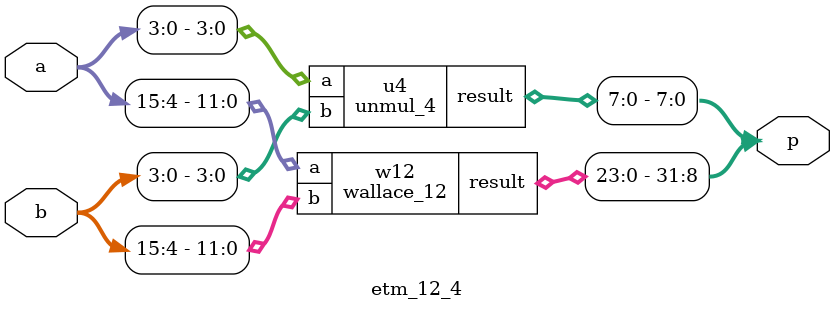
<source format=v>


module ha_0 ( A, B, S, C );
  input A, B;
  output S, C;


  XOR2X1 U1 ( .A(B), .B(A), .Y(S) );
  AND2X1 U2 ( .A(A), .B(B), .Y(C) );
endmodule


module ha_238 ( A, B, S, C );
  input A, B;
  output S, C;


  XOR2X1 U1 ( .A(B), .B(A), .Y(S) );
  AND2X1 U2 ( .A(A), .B(B), .Y(C) );
endmodule


module ha_239 ( A, B, S, C );
  input A, B;
  output S, C;


  XOR2X1 U1 ( .A(B), .B(A), .Y(S) );
  AND2X1 U2 ( .A(A), .B(B), .Y(C) );
endmodule


module fa_0 ( A, B, Cin, S, Cout );
  input A, B, Cin;
  output S, Cout;
  wire   s1, c1, c2;

  ha_239 HA1 ( .A(A), .B(B), .S(s1), .C(c1) );
  ha_238 HA2 ( .A(s1), .B(Cin), .S(S), .C(c2) );
  OR2X1 U1 ( .A(c1), .B(c2), .Y(Cout) );
endmodule


module ha_35 ( A, B, S, C );
  input A, B;
  output S, C;


  XOR2X1 U1 ( .A(B), .B(A), .Y(S) );
  AND2X1 U2 ( .A(A), .B(B), .Y(C) );
endmodule


module ha_1 ( A, B, S, C );
  input A, B;
  output S, C;


  XOR2X1 U1 ( .A(B), .B(A), .Y(S) );
  AND2X1 U2 ( .A(A), .B(B), .Y(C) );
endmodule


module ha_2 ( A, B, S, C );
  input A, B;
  output S, C;


  XOR2X1 U1 ( .A(B), .B(A), .Y(S) );
  AND2X1 U2 ( .A(A), .B(B), .Y(C) );
endmodule


module fa_1 ( A, B, Cin, S, Cout );
  input A, B, Cin;
  output S, Cout;
  wire   s1, c1, c2;

  ha_2 HA1 ( .A(A), .B(B), .S(s1), .C(c1) );
  ha_1 HA2 ( .A(s1), .B(Cin), .S(S), .C(c2) );
  OR2X1 U1 ( .A(c1), .B(c2), .Y(Cout) );
endmodule


module ha_3 ( A, B, S, C );
  input A, B;
  output S, C;


  XOR2X1 U1 ( .A(B), .B(A), .Y(S) );
  AND2X1 U2 ( .A(A), .B(B), .Y(C) );
endmodule


module ha_4 ( A, B, S, C );
  input A, B;
  output S, C;


  XOR2X1 U1 ( .A(B), .B(A), .Y(S) );
  AND2X1 U2 ( .A(A), .B(B), .Y(C) );
endmodule


module fa_2 ( A, B, Cin, S, Cout );
  input A, B, Cin;
  output S, Cout;
  wire   s1, c1, c2;

  ha_4 HA1 ( .A(A), .B(B), .S(s1), .C(c1) );
  ha_3 HA2 ( .A(s1), .B(Cin), .S(S), .C(c2) );
  OR2X1 U1 ( .A(c1), .B(c2), .Y(Cout) );
endmodule


module ha_5 ( A, B, S, C );
  input A, B;
  output S, C;


  XOR2X1 U1 ( .A(B), .B(A), .Y(S) );
  AND2X1 U2 ( .A(A), .B(B), .Y(C) );
endmodule


module ha_6 ( A, B, S, C );
  input A, B;
  output S, C;


  XOR2X1 U1 ( .A(B), .B(A), .Y(S) );
  AND2X1 U2 ( .A(A), .B(B), .Y(C) );
endmodule


module fa_3 ( A, B, Cin, S, Cout );
  input A, B, Cin;
  output S, Cout;
  wire   s1, c1, c2;

  ha_6 HA1 ( .A(A), .B(B), .S(s1), .C(c1) );
  ha_5 HA2 ( .A(s1), .B(Cin), .S(S), .C(c2) );
  OR2X1 U1 ( .A(c1), .B(c2), .Y(Cout) );
endmodule


module ha_7 ( A, B, S, C );
  input A, B;
  output S, C;


  XOR2X1 U1 ( .A(B), .B(A), .Y(S) );
  AND2X1 U2 ( .A(A), .B(B), .Y(C) );
endmodule


module ha_8 ( A, B, S, C );
  input A, B;
  output S, C;


  XOR2X1 U1 ( .A(B), .B(A), .Y(S) );
  AND2X1 U2 ( .A(A), .B(B), .Y(C) );
endmodule


module fa_4 ( A, B, Cin, S, Cout );
  input A, B, Cin;
  output S, Cout;
  wire   s1, c1, c2;

  ha_8 HA1 ( .A(A), .B(B), .S(s1), .C(c1) );
  ha_7 HA2 ( .A(s1), .B(Cin), .S(S), .C(c2) );
  OR2X1 U1 ( .A(c1), .B(c2), .Y(Cout) );
endmodule


module ha_9 ( A, B, S, C );
  input A, B;
  output S, C;


  XOR2X1 U1 ( .A(B), .B(A), .Y(S) );
  AND2X1 U2 ( .A(A), .B(B), .Y(C) );
endmodule


module ha_10 ( A, B, S, C );
  input A, B;
  output S, C;


  XOR2X1 U1 ( .A(B), .B(A), .Y(S) );
  AND2X1 U2 ( .A(A), .B(B), .Y(C) );
endmodule


module fa_5 ( A, B, Cin, S, Cout );
  input A, B, Cin;
  output S, Cout;
  wire   s1, c1, c2;

  ha_10 HA1 ( .A(A), .B(B), .S(s1), .C(c1) );
  ha_9 HA2 ( .A(s1), .B(Cin), .S(S), .C(c2) );
  OR2X1 U1 ( .A(c1), .B(c2), .Y(Cout) );
endmodule


module ha_11 ( A, B, S, C );
  input A, B;
  output S, C;


  XOR2X1 U1 ( .A(B), .B(A), .Y(S) );
  AND2X1 U2 ( .A(A), .B(B), .Y(C) );
endmodule


module ha_12 ( A, B, S, C );
  input A, B;
  output S, C;


  XOR2X1 U1 ( .A(B), .B(A), .Y(S) );
  AND2X1 U2 ( .A(A), .B(B), .Y(C) );
endmodule


module fa_6 ( A, B, Cin, S, Cout );
  input A, B, Cin;
  output S, Cout;
  wire   s1, c1, c2;

  ha_12 HA1 ( .A(A), .B(B), .S(s1), .C(c1) );
  ha_11 HA2 ( .A(s1), .B(Cin), .S(S), .C(c2) );
  OR2X1 U1 ( .A(c1), .B(c2), .Y(Cout) );
endmodule


module ha_13 ( A, B, S, C );
  input A, B;
  output S, C;


  XOR2X1 U1 ( .A(B), .B(A), .Y(S) );
  AND2X1 U2 ( .A(A), .B(B), .Y(C) );
endmodule


module ha_14 ( A, B, S, C );
  input A, B;
  output S, C;


  XOR2X1 U1 ( .A(B), .B(A), .Y(S) );
  AND2X1 U2 ( .A(A), .B(B), .Y(C) );
endmodule


module fa_7 ( A, B, Cin, S, Cout );
  input A, B, Cin;
  output S, Cout;
  wire   s1, c1, c2;

  ha_14 HA1 ( .A(A), .B(B), .S(s1), .C(c1) );
  ha_13 HA2 ( .A(s1), .B(Cin), .S(S), .C(c2) );
  OR2X1 U1 ( .A(c1), .B(c2), .Y(Cout) );
endmodule


module ha_15 ( A, B, S, C );
  input A, B;
  output S, C;


  XOR2X1 U1 ( .A(B), .B(A), .Y(S) );
  AND2X1 U2 ( .A(A), .B(B), .Y(C) );
endmodule


module ha_16 ( A, B, S, C );
  input A, B;
  output S, C;


  XOR2X1 U1 ( .A(B), .B(A), .Y(S) );
  AND2X1 U2 ( .A(A), .B(B), .Y(C) );
endmodule


module fa_8 ( A, B, Cin, S, Cout );
  input A, B, Cin;
  output S, Cout;
  wire   s1, c1, c2;

  ha_16 HA1 ( .A(A), .B(B), .S(s1), .C(c1) );
  ha_15 HA2 ( .A(s1), .B(Cin), .S(S), .C(c2) );
  OR2X1 U1 ( .A(c1), .B(c2), .Y(Cout) );
endmodule


module ha_17 ( A, B, S, C );
  input A, B;
  output S, C;


  XOR2X1 U1 ( .A(B), .B(A), .Y(S) );
  AND2X1 U2 ( .A(A), .B(B), .Y(C) );
endmodule


module ha_18 ( A, B, S, C );
  input A, B;
  output S, C;


  XOR2X1 U1 ( .A(B), .B(A), .Y(S) );
  AND2X1 U2 ( .A(A), .B(B), .Y(C) );
endmodule


module fa_9 ( A, B, Cin, S, Cout );
  input A, B, Cin;
  output S, Cout;
  wire   s1, c1, c2;

  ha_18 HA1 ( .A(A), .B(B), .S(s1), .C(c1) );
  ha_17 HA2 ( .A(s1), .B(Cin), .S(S), .C(c2) );
  OR2X1 U1 ( .A(c1), .B(c2), .Y(Cout) );
endmodule


module ha_19 ( A, B, S, C );
  input A, B;
  output S, C;


  XOR2X1 U1 ( .A(B), .B(A), .Y(S) );
  AND2X1 U2 ( .A(A), .B(B), .Y(C) );
endmodule


module ha_20 ( A, B, S, C );
  input A, B;
  output S, C;


  XOR2X1 U1 ( .A(B), .B(A), .Y(S) );
  AND2X1 U2 ( .A(A), .B(B), .Y(C) );
endmodule


module fa_10 ( A, B, Cin, S, Cout );
  input A, B, Cin;
  output S, Cout;
  wire   s1, c1, c2;

  ha_20 HA1 ( .A(A), .B(B), .S(s1), .C(c1) );
  ha_19 HA2 ( .A(s1), .B(Cin), .S(S), .C(c2) );
  OR2X1 U1 ( .A(c1), .B(c2), .Y(Cout) );
endmodule


module ha_21 ( A, B, S, C );
  input A, B;
  output S, C;


  XOR2X1 U1 ( .A(B), .B(A), .Y(S) );
  AND2X1 U2 ( .A(A), .B(B), .Y(C) );
endmodule


module ha_22 ( A, B, S, C );
  input A, B;
  output S, C;


  XOR2X1 U1 ( .A(B), .B(A), .Y(S) );
  AND2X1 U2 ( .A(A), .B(B), .Y(C) );
endmodule


module fa_11 ( A, B, Cin, S, Cout );
  input A, B, Cin;
  output S, Cout;
  wire   s1, c1, c2;

  ha_22 HA1 ( .A(A), .B(B), .S(s1), .C(c1) );
  ha_21 HA2 ( .A(s1), .B(Cin), .S(S), .C(c2) );
  OR2X1 U1 ( .A(c1), .B(c2), .Y(Cout) );
endmodule


module ha_23 ( A, B, S, C );
  input A, B;
  output S, C;


  XOR2X1 U1 ( .A(B), .B(A), .Y(S) );
  AND2X1 U2 ( .A(A), .B(B), .Y(C) );
endmodule


module ha_24 ( A, B, S, C );
  input A, B;
  output S, C;


  XOR2X1 U1 ( .A(B), .B(A), .Y(S) );
  AND2X1 U2 ( .A(A), .B(B), .Y(C) );
endmodule


module fa_12 ( A, B, Cin, S, Cout );
  input A, B, Cin;
  output S, Cout;
  wire   s1, c1, c2;

  ha_24 HA1 ( .A(A), .B(B), .S(s1), .C(c1) );
  ha_23 HA2 ( .A(s1), .B(Cin), .S(S), .C(c2) );
  OR2X1 U1 ( .A(c1), .B(c2), .Y(Cout) );
endmodule


module ha_25 ( A, B, S, C );
  input A, B;
  output S, C;


  XOR2X1 U1 ( .A(B), .B(A), .Y(S) );
  AND2X1 U2 ( .A(A), .B(B), .Y(C) );
endmodule


module ha_26 ( A, B, S, C );
  input A, B;
  output S, C;


  XOR2X1 U1 ( .A(B), .B(A), .Y(S) );
  AND2X1 U2 ( .A(A), .B(B), .Y(C) );
endmodule


module fa_13 ( A, B, Cin, S, Cout );
  input A, B, Cin;
  output S, Cout;
  wire   s1, c1, c2;

  ha_26 HA1 ( .A(A), .B(B), .S(s1), .C(c1) );
  ha_25 HA2 ( .A(s1), .B(Cin), .S(S), .C(c2) );
  OR2X1 U1 ( .A(c1), .B(c2), .Y(Cout) );
endmodule


module ha_27 ( A, B, S, C );
  input A, B;
  output S, C;


  XOR2X1 U1 ( .A(B), .B(A), .Y(S) );
  AND2X1 U2 ( .A(A), .B(B), .Y(C) );
endmodule


module ha_28 ( A, B, S, C );
  input A, B;
  output S, C;


  XOR2X1 U1 ( .A(B), .B(A), .Y(S) );
  AND2X1 U2 ( .A(A), .B(B), .Y(C) );
endmodule


module fa_14 ( A, B, Cin, S, Cout );
  input A, B, Cin;
  output S, Cout;
  wire   s1, c1, c2;

  ha_28 HA1 ( .A(A), .B(B), .S(s1), .C(c1) );
  ha_27 HA2 ( .A(s1), .B(Cin), .S(S), .C(c2) );
  OR2X1 U1 ( .A(c1), .B(c2), .Y(Cout) );
endmodule


module ha_29 ( A, B, S, C );
  input A, B;
  output S, C;


  XOR2X1 U1 ( .A(B), .B(A), .Y(S) );
  AND2X1 U2 ( .A(A), .B(B), .Y(C) );
endmodule


module ha_30 ( A, B, S, C );
  input A, B;
  output S, C;


  XOR2X1 U1 ( .A(B), .B(A), .Y(S) );
  AND2X1 U2 ( .A(A), .B(B), .Y(C) );
endmodule


module fa_15 ( A, B, Cin, S, Cout );
  input A, B, Cin;
  output S, Cout;
  wire   s1, c1, c2;

  ha_30 HA1 ( .A(A), .B(B), .S(s1), .C(c1) );
  ha_29 HA2 ( .A(s1), .B(Cin), .S(S), .C(c2) );
  OR2X1 U1 ( .A(c1), .B(c2), .Y(Cout) );
endmodule


module ha_31 ( A, B, S, C );
  input A, B;
  output S, C;


  XOR2X1 U1 ( .A(B), .B(A), .Y(S) );
  AND2X1 U2 ( .A(A), .B(B), .Y(C) );
endmodule


module ha_32 ( A, B, S, C );
  input A, B;
  output S, C;


  XOR2X1 U1 ( .A(B), .B(A), .Y(S) );
  AND2X1 U2 ( .A(A), .B(B), .Y(C) );
endmodule


module fa_16 ( A, B, Cin, S, Cout );
  input A, B, Cin;
  output S, Cout;
  wire   s1, c1, c2;

  ha_32 HA1 ( .A(A), .B(B), .S(s1), .C(c1) );
  ha_31 HA2 ( .A(s1), .B(Cin), .S(S), .C(c2) );
  OR2X1 U1 ( .A(c1), .B(c2), .Y(Cout) );
endmodule


module ha_33 ( A, B, S, C );
  input A, B;
  output S, C;


  XOR2X1 U1 ( .A(B), .B(A), .Y(S) );
  AND2X1 U2 ( .A(A), .B(B), .Y(C) );
endmodule


module ha_34 ( A, B, S, C );
  input A, B;
  output S, C;


  XOR2X1 U1 ( .A(B), .B(A), .Y(S) );
  AND2X1 U2 ( .A(A), .B(B), .Y(C) );
endmodule


module fa_17 ( A, B, Cin, S, Cout );
  input A, B, Cin;
  output S, Cout;
  wire   s1, c1, c2;

  ha_34 HA1 ( .A(A), .B(B), .S(s1), .C(c1) );
  ha_33 HA2 ( .A(s1), .B(Cin), .S(S), .C(c2) );
  OR2X1 U1 ( .A(c1), .B(c2), .Y(Cout) );
endmodule


module rca_18bits ( A, B, Sum );
  input [17:0] A;
  input [17:0] B;
  output [17:0] Sum;
  wire   c1, c2, c3, c4, c5, c6, c7, c8, c9, c10, c11, c12, c13, c14, c15, c16,
         c17;

  ha_35 HA0 ( .A(A[0]), .B(B[0]), .S(Sum[0]), .C(c1) );
  fa_17 FA0 ( .A(A[1]), .B(B[1]), .Cin(c1), .S(Sum[1]), .Cout(c2) );
  fa_16 FA1 ( .A(A[2]), .B(B[2]), .Cin(c2), .S(Sum[2]), .Cout(c3) );
  fa_15 FA2 ( .A(A[3]), .B(B[3]), .Cin(c3), .S(Sum[3]), .Cout(c4) );
  fa_14 FA3 ( .A(A[4]), .B(B[4]), .Cin(c4), .S(Sum[4]), .Cout(c5) );
  fa_13 FA4 ( .A(A[5]), .B(B[5]), .Cin(c5), .S(Sum[5]), .Cout(c6) );
  fa_12 FA5 ( .A(A[6]), .B(B[6]), .Cin(c6), .S(Sum[6]), .Cout(c7) );
  fa_11 FA6 ( .A(A[7]), .B(B[7]), .Cin(c7), .S(Sum[7]), .Cout(c8) );
  fa_10 FA7 ( .A(A[8]), .B(B[8]), .Cin(c8), .S(Sum[8]), .Cout(c9) );
  fa_9 FA8 ( .A(A[9]), .B(B[9]), .Cin(c9), .S(Sum[9]), .Cout(c10) );
  fa_8 FA9 ( .A(A[10]), .B(B[10]), .Cin(c10), .S(Sum[10]), .Cout(c11) );
  fa_7 FA10 ( .A(A[11]), .B(B[11]), .Cin(c11), .S(Sum[11]), .Cout(c12) );
  fa_6 FA11 ( .A(A[12]), .B(B[12]), .Cin(c12), .S(Sum[12]), .Cout(c13) );
  fa_5 FA12 ( .A(A[13]), .B(B[13]), .Cin(c13), .S(Sum[13]), .Cout(c14) );
  fa_4 FA13 ( .A(A[14]), .B(B[14]), .Cin(c14), .S(Sum[14]), .Cout(c15) );
  fa_3 FA14 ( .A(A[15]), .B(B[15]), .Cin(c15), .S(Sum[15]), .Cout(c16) );
  fa_2 FA15 ( .A(A[16]), .B(B[16]), .Cin(c16), .S(Sum[16]), .Cout(c17) );
  fa_1 FA16 ( .A(A[17]), .B(B[17]), .Cin(c17), .S(Sum[17]) );
endmodule


module ha_240 ( A, B, S, C );
  input A, B;
  output S, C;


  XOR2X1 U1 ( .A(B), .B(A), .Y(S) );
  AND2X1 U2 ( .A(A), .B(B), .Y(C) );
endmodule


module ha_241 ( A, B, S, C );
  input A, B;
  output S, C;


  XOR2X1 U1 ( .A(B), .B(A), .Y(S) );
  AND2X1 U2 ( .A(A), .B(B), .Y(C) );
endmodule


module ha_242 ( A, B, S, C );
  input A, B;
  output S, C;


  XOR2X1 U1 ( .A(B), .B(A), .Y(S) );
  AND2X1 U2 ( .A(A), .B(B), .Y(C) );
endmodule


module ha_243 ( A, B, S, C );
  input A, B;
  output S, C;


  XOR2X1 U1 ( .A(B), .B(A), .Y(S) );
  AND2X1 U2 ( .A(A), .B(B), .Y(C) );
endmodule


module ha_244 ( A, B, S, C );
  input A, B;
  output S, C;


  XOR2X1 U1 ( .A(B), .B(A), .Y(S) );
  AND2X1 U2 ( .A(A), .B(B), .Y(C) );
endmodule


module ha_245 ( A, B, S, C );
  input A, B;
  output S, C;


  XOR2X1 U1 ( .A(B), .B(A), .Y(S) );
  AND2X1 U2 ( .A(A), .B(B), .Y(C) );
endmodule


module ha_246 ( A, B, S, C );
  input A, B;
  output S, C;


  XOR2X1 U1 ( .A(B), .B(A), .Y(S) );
  AND2X1 U2 ( .A(A), .B(B), .Y(C) );
endmodule


module ha_247 ( A, B, S, C );
  input A, B;
  output S, C;


  XOR2X1 U1 ( .A(B), .B(A), .Y(S) );
  AND2X1 U2 ( .A(A), .B(B), .Y(C) );
endmodule


module ha_248 ( A, B, S, C );
  input A, B;
  output S, C;


  XOR2X1 U1 ( .A(B), .B(A), .Y(S) );
  AND2X1 U2 ( .A(A), .B(B), .Y(C) );
endmodule


module ha_249 ( A, B, S, C );
  input A, B;
  output S, C;


  XOR2X1 U1 ( .A(B), .B(A), .Y(S) );
  AND2X1 U2 ( .A(A), .B(B), .Y(C) );
endmodule


module ha_250 ( A, B, S, C );
  input A, B;
  output S, C;


  XOR2X1 U1 ( .A(B), .B(A), .Y(S) );
  AND2X1 U2 ( .A(A), .B(B), .Y(C) );
endmodule


module ha_251 ( A, B, S, C );
  input A, B;
  output S, C;


  XOR2X1 U1 ( .A(B), .B(A), .Y(S) );
  AND2X1 U2 ( .A(A), .B(B), .Y(C) );
endmodule


module ha_252 ( A, B, S, C );
  input A, B;
  output S, C;


  XOR2X1 U1 ( .A(B), .B(A), .Y(S) );
  AND2X1 U2 ( .A(A), .B(B), .Y(C) );
endmodule


module ha_253 ( A, B, S, C );
  input A, B;
  output S, C;


  XOR2X1 U1 ( .A(B), .B(A), .Y(S) );
  AND2X1 U2 ( .A(A), .B(B), .Y(C) );
endmodule


module ha_254 ( A, B, S, C );
  input A, B;
  output S, C;


  XOR2X1 U1 ( .A(B), .B(A), .Y(S) );
  AND2X1 U2 ( .A(A), .B(B), .Y(C) );
endmodule


module ha_255 ( A, B, S, C );
  input A, B;
  output S, C;


  XOR2X1 U1 ( .A(B), .B(A), .Y(S) );
  AND2X1 U2 ( .A(A), .B(B), .Y(C) );
endmodule


module ha_256 ( A, B, S, C );
  input A, B;
  output S, C;


  XOR2X1 U1 ( .A(B), .B(A), .Y(S) );
  AND2X1 U2 ( .A(A), .B(B), .Y(C) );
endmodule


module ha_257 ( A, B, S, C );
  input A, B;
  output S, C;


  XOR2X1 U1 ( .A(B), .B(A), .Y(S) );
  AND2X1 U2 ( .A(A), .B(B), .Y(C) );
endmodule


module ha_258 ( A, B, S, C );
  input A, B;
  output S, C;


  XOR2X1 U1 ( .A(B), .B(A), .Y(S) );
  AND2X1 U2 ( .A(A), .B(B), .Y(C) );
endmodule


module ha_259 ( A, B, S, C );
  input A, B;
  output S, C;


  XOR2X1 U1 ( .A(B), .B(A), .Y(S) );
  AND2X1 U2 ( .A(A), .B(B), .Y(C) );
endmodule


module ha_260 ( A, B, S, C );
  input A, B;
  output S, C;


  XOR2X1 U1 ( .A(B), .B(A), .Y(S) );
  AND2X1 U2 ( .A(A), .B(B), .Y(C) );
endmodule


module ha_261 ( A, B, S, C );
  input A, B;
  output S, C;


  XOR2X1 U1 ( .A(B), .B(A), .Y(S) );
  AND2X1 U2 ( .A(A), .B(B), .Y(C) );
endmodule


module ha_262 ( A, B, S, C );
  input A, B;
  output S, C;


  XOR2X1 U1 ( .A(B), .B(A), .Y(S) );
  AND2X1 U2 ( .A(A), .B(B), .Y(C) );
endmodule


module ha_263 ( A, B, S, C );
  input A, B;
  output S, C;


  XOR2X1 U1 ( .A(B), .B(A), .Y(S) );
  AND2X1 U2 ( .A(A), .B(B), .Y(C) );
endmodule


module ha_264 ( A, B, S, C );
  input A, B;
  output S, C;


  XOR2X1 U1 ( .A(B), .B(A), .Y(S) );
  AND2X1 U2 ( .A(A), .B(B), .Y(C) );
endmodule


module ha_265 ( A, B, S, C );
  input A, B;
  output S, C;


  XOR2X1 U1 ( .A(B), .B(A), .Y(S) );
  AND2X1 U2 ( .A(A), .B(B), .Y(C) );
endmodule


module ha_266 ( A, B, S, C );
  input A, B;
  output S, C;


  XOR2X1 U1 ( .A(B), .B(A), .Y(S) );
  AND2X1 U2 ( .A(A), .B(B), .Y(C) );
endmodule


module ha_267 ( A, B, S, C );
  input A, B;
  output S, C;


  XOR2X1 U1 ( .A(B), .B(A), .Y(S) );
  AND2X1 U2 ( .A(A), .B(B), .Y(C) );
endmodule


module ha_268 ( A, B, S, C );
  input A, B;
  output S, C;


  XOR2X1 U1 ( .A(B), .B(A), .Y(S) );
  AND2X1 U2 ( .A(A), .B(B), .Y(C) );
endmodule


module ha_269 ( A, B, S, C );
  input A, B;
  output S, C;


  XOR2X1 U1 ( .A(B), .B(A), .Y(S) );
  AND2X1 U2 ( .A(A), .B(B), .Y(C) );
endmodule


module ha_270 ( A, B, S, C );
  input A, B;
  output S, C;


  XOR2X1 U1 ( .A(B), .B(A), .Y(S) );
  AND2X1 U2 ( .A(A), .B(B), .Y(C) );
endmodule


module ha_271 ( A, B, S, C );
  input A, B;
  output S, C;


  XOR2X1 U1 ( .A(B), .B(A), .Y(S) );
  AND2X1 U2 ( .A(A), .B(B), .Y(C) );
endmodule


module ha_272 ( A, B, S, C );
  input A, B;
  output S, C;


  XOR2X1 U1 ( .A(B), .B(A), .Y(S) );
  AND2X1 U2 ( .A(A), .B(B), .Y(C) );
endmodule


module ha_36 ( A, B, S, C );
  input A, B;
  output S, C;


  XOR2X1 U1 ( .A(B), .B(A), .Y(S) );
  AND2X1 U2 ( .A(A), .B(B), .Y(C) );
endmodule


module ha_37 ( A, B, S, C );
  input A, B;
  output S, C;


  XOR2X1 U1 ( .A(B), .B(A), .Y(S) );
  AND2X1 U2 ( .A(A), .B(B), .Y(C) );
endmodule


module fa_18 ( A, B, Cin, S, Cout );
  input A, B, Cin;
  output S, Cout;
  wire   s1, c1, c2;

  ha_37 HA1 ( .A(A), .B(B), .S(s1), .C(c1) );
  ha_36 HA2 ( .A(s1), .B(Cin), .S(S), .C(c2) );
  OR2X1 U1 ( .A(c1), .B(c2), .Y(Cout) );
endmodule


module ha_38 ( A, B, S, C );
  input A, B;
  output S, C;


  XOR2X1 U1 ( .A(B), .B(A), .Y(S) );
  AND2X1 U2 ( .A(A), .B(B), .Y(C) );
endmodule


module ha_39 ( A, B, S, C );
  input A, B;
  output S, C;


  XOR2X1 U1 ( .A(B), .B(A), .Y(S) );
  AND2X1 U2 ( .A(A), .B(B), .Y(C) );
endmodule


module fa_19 ( A, B, Cin, S, Cout );
  input A, B, Cin;
  output S, Cout;
  wire   s1, c1, c2;

  ha_39 HA1 ( .A(A), .B(B), .S(s1), .C(c1) );
  ha_38 HA2 ( .A(s1), .B(Cin), .S(S), .C(c2) );
  OR2X1 U1 ( .A(c1), .B(c2), .Y(Cout) );
endmodule


module ha_40 ( A, B, S, C );
  input A, B;
  output S, C;


  XOR2X1 U1 ( .A(B), .B(A), .Y(S) );
  AND2X1 U2 ( .A(A), .B(B), .Y(C) );
endmodule


module ha_41 ( A, B, S, C );
  input A, B;
  output S, C;


  XOR2X1 U1 ( .A(B), .B(A), .Y(S) );
  AND2X1 U2 ( .A(A), .B(B), .Y(C) );
endmodule


module fa_20 ( A, B, Cin, S, Cout );
  input A, B, Cin;
  output S, Cout;
  wire   s1, c1, c2;

  ha_41 HA1 ( .A(A), .B(B), .S(s1), .C(c1) );
  ha_40 HA2 ( .A(s1), .B(Cin), .S(S), .C(c2) );
  OR2X1 U1 ( .A(c1), .B(c2), .Y(Cout) );
endmodule


module ha_42 ( A, B, S, C );
  input A, B;
  output S, C;


  XOR2X1 U1 ( .A(B), .B(A), .Y(S) );
  AND2X1 U2 ( .A(A), .B(B), .Y(C) );
endmodule


module ha_43 ( A, B, S, C );
  input A, B;
  output S, C;


  XOR2X1 U1 ( .A(B), .B(A), .Y(S) );
  AND2X1 U2 ( .A(A), .B(B), .Y(C) );
endmodule


module fa_21 ( A, B, Cin, S, Cout );
  input A, B, Cin;
  output S, Cout;
  wire   s1, c1, c2;

  ha_43 HA1 ( .A(A), .B(B), .S(s1), .C(c1) );
  ha_42 HA2 ( .A(s1), .B(Cin), .S(S), .C(c2) );
  OR2X1 U1 ( .A(c1), .B(c2), .Y(Cout) );
endmodule


module ha_44 ( A, B, S, C );
  input A, B;
  output S, C;


  XOR2X1 U1 ( .A(B), .B(A), .Y(S) );
  AND2X1 U2 ( .A(A), .B(B), .Y(C) );
endmodule


module ha_45 ( A, B, S, C );
  input A, B;
  output S, C;


  XOR2X1 U1 ( .A(B), .B(A), .Y(S) );
  AND2X1 U2 ( .A(A), .B(B), .Y(C) );
endmodule


module fa_22 ( A, B, Cin, S, Cout );
  input A, B, Cin;
  output S, Cout;
  wire   s1, c1, c2;

  ha_45 HA1 ( .A(A), .B(B), .S(s1), .C(c1) );
  ha_44 HA2 ( .A(s1), .B(Cin), .S(S), .C(c2) );
  OR2X1 U1 ( .A(c1), .B(c2), .Y(Cout) );
endmodule


module ha_46 ( A, B, S, C );
  input A, B;
  output S, C;


  XOR2X1 U1 ( .A(B), .B(A), .Y(S) );
  AND2X1 U2 ( .A(A), .B(B), .Y(C) );
endmodule


module ha_47 ( A, B, S, C );
  input A, B;
  output S, C;


  XOR2X1 U1 ( .A(B), .B(A), .Y(S) );
  AND2X1 U2 ( .A(A), .B(B), .Y(C) );
endmodule


module fa_23 ( A, B, Cin, S, Cout );
  input A, B, Cin;
  output S, Cout;
  wire   s1, c1, c2;

  ha_47 HA1 ( .A(A), .B(B), .S(s1), .C(c1) );
  ha_46 HA2 ( .A(s1), .B(Cin), .S(S), .C(c2) );
  OR2X1 U1 ( .A(c1), .B(c2), .Y(Cout) );
endmodule


module ha_48 ( A, B, S, C );
  input A, B;
  output S, C;


  XOR2X1 U1 ( .A(B), .B(A), .Y(S) );
  AND2X1 U2 ( .A(A), .B(B), .Y(C) );
endmodule


module ha_49 ( A, B, S, C );
  input A, B;
  output S, C;


  XOR2X1 U1 ( .A(B), .B(A), .Y(S) );
  AND2X1 U2 ( .A(A), .B(B), .Y(C) );
endmodule


module fa_24 ( A, B, Cin, S, Cout );
  input A, B, Cin;
  output S, Cout;
  wire   s1, c1, c2;

  ha_49 HA1 ( .A(A), .B(B), .S(s1), .C(c1) );
  ha_48 HA2 ( .A(s1), .B(Cin), .S(S), .C(c2) );
  OR2X1 U1 ( .A(c1), .B(c2), .Y(Cout) );
endmodule


module ha_50 ( A, B, S, C );
  input A, B;
  output S, C;


  XOR2X1 U1 ( .A(B), .B(A), .Y(S) );
  AND2X1 U2 ( .A(A), .B(B), .Y(C) );
endmodule


module ha_51 ( A, B, S, C );
  input A, B;
  output S, C;


  XOR2X1 U1 ( .A(B), .B(A), .Y(S) );
  AND2X1 U2 ( .A(A), .B(B), .Y(C) );
endmodule


module fa_25 ( A, B, Cin, S, Cout );
  input A, B, Cin;
  output S, Cout;
  wire   s1, c1, c2;

  ha_51 HA1 ( .A(A), .B(B), .S(s1), .C(c1) );
  ha_50 HA2 ( .A(s1), .B(Cin), .S(S), .C(c2) );
  OR2X1 U1 ( .A(c1), .B(c2), .Y(Cout) );
endmodule


module ha_52 ( A, B, S, C );
  input A, B;
  output S, C;


  XOR2X1 U1 ( .A(B), .B(A), .Y(S) );
  AND2X1 U2 ( .A(A), .B(B), .Y(C) );
endmodule


module ha_53 ( A, B, S, C );
  input A, B;
  output S, C;


  XOR2X1 U1 ( .A(B), .B(A), .Y(S) );
  AND2X1 U2 ( .A(A), .B(B), .Y(C) );
endmodule


module fa_26 ( A, B, Cin, S, Cout );
  input A, B, Cin;
  output S, Cout;
  wire   s1, c1, c2;

  ha_53 HA1 ( .A(A), .B(B), .S(s1), .C(c1) );
  ha_52 HA2 ( .A(s1), .B(Cin), .S(S), .C(c2) );
  OR2X1 U1 ( .A(c1), .B(c2), .Y(Cout) );
endmodule


module ha_54 ( A, B, S, C );
  input A, B;
  output S, C;


  XOR2X1 U1 ( .A(B), .B(A), .Y(S) );
  AND2X1 U2 ( .A(A), .B(B), .Y(C) );
endmodule


module ha_55 ( A, B, S, C );
  input A, B;
  output S, C;


  XOR2X1 U1 ( .A(B), .B(A), .Y(S) );
  AND2X1 U2 ( .A(A), .B(B), .Y(C) );
endmodule


module fa_27 ( A, B, Cin, S, Cout );
  input A, B, Cin;
  output S, Cout;
  wire   s1, c1, c2;

  ha_55 HA1 ( .A(A), .B(B), .S(s1), .C(c1) );
  ha_54 HA2 ( .A(s1), .B(Cin), .S(S), .C(c2) );
  OR2X1 U1 ( .A(c1), .B(c2), .Y(Cout) );
endmodule


module ha_56 ( A, B, S, C );
  input A, B;
  output S, C;


  XOR2X1 U1 ( .A(B), .B(A), .Y(S) );
  AND2X1 U2 ( .A(A), .B(B), .Y(C) );
endmodule


module ha_57 ( A, B, S, C );
  input A, B;
  output S, C;


  XOR2X1 U1 ( .A(B), .B(A), .Y(S) );
  AND2X1 U2 ( .A(A), .B(B), .Y(C) );
endmodule


module fa_28 ( A, B, Cin, S, Cout );
  input A, B, Cin;
  output S, Cout;
  wire   s1, c1, c2;

  ha_57 HA1 ( .A(A), .B(B), .S(s1), .C(c1) );
  ha_56 HA2 ( .A(s1), .B(Cin), .S(S), .C(c2) );
  OR2X1 U1 ( .A(c1), .B(c2), .Y(Cout) );
endmodule


module ha_58 ( A, B, S, C );
  input A, B;
  output S, C;


  XOR2X1 U1 ( .A(B), .B(A), .Y(S) );
  AND2X1 U2 ( .A(A), .B(B), .Y(C) );
endmodule


module ha_59 ( A, B, S, C );
  input A, B;
  output S, C;


  XOR2X1 U1 ( .A(B), .B(A), .Y(S) );
  AND2X1 U2 ( .A(A), .B(B), .Y(C) );
endmodule


module fa_29 ( A, B, Cin, S, Cout );
  input A, B, Cin;
  output S, Cout;
  wire   s1, c1, c2;

  ha_59 HA1 ( .A(A), .B(B), .S(s1), .C(c1) );
  ha_58 HA2 ( .A(s1), .B(Cin), .S(S), .C(c2) );
  OR2X1 U1 ( .A(c1), .B(c2), .Y(Cout) );
endmodule


module ha_60 ( A, B, S, C );
  input A, B;
  output S, C;


  XOR2X1 U1 ( .A(B), .B(A), .Y(S) );
  AND2X1 U2 ( .A(A), .B(B), .Y(C) );
endmodule


module ha_61 ( A, B, S, C );
  input A, B;
  output S, C;


  XOR2X1 U1 ( .A(B), .B(A), .Y(S) );
  AND2X1 U2 ( .A(A), .B(B), .Y(C) );
endmodule


module fa_30 ( A, B, Cin, S, Cout );
  input A, B, Cin;
  output S, Cout;
  wire   s1, c1, c2;

  ha_61 HA1 ( .A(A), .B(B), .S(s1), .C(c1) );
  ha_60 HA2 ( .A(s1), .B(Cin), .S(S), .C(c2) );
  OR2X1 U1 ( .A(c1), .B(c2), .Y(Cout) );
endmodule


module ha_62 ( A, B, S, C );
  input A, B;
  output S, C;


  XOR2X1 U1 ( .A(B), .B(A), .Y(S) );
  AND2X1 U2 ( .A(A), .B(B), .Y(C) );
endmodule


module ha_63 ( A, B, S, C );
  input A, B;
  output S, C;


  XOR2X1 U1 ( .A(B), .B(A), .Y(S) );
  AND2X1 U2 ( .A(A), .B(B), .Y(C) );
endmodule


module fa_31 ( A, B, Cin, S, Cout );
  input A, B, Cin;
  output S, Cout;
  wire   s1, c1, c2;

  ha_63 HA1 ( .A(A), .B(B), .S(s1), .C(c1) );
  ha_62 HA2 ( .A(s1), .B(Cin), .S(S), .C(c2) );
  OR2X1 U1 ( .A(c1), .B(c2), .Y(Cout) );
endmodule


module ha_64 ( A, B, S, C );
  input A, B;
  output S, C;


  XOR2X1 U1 ( .A(B), .B(A), .Y(S) );
  AND2X1 U2 ( .A(A), .B(B), .Y(C) );
endmodule


module ha_65 ( A, B, S, C );
  input A, B;
  output S, C;


  XOR2X1 U1 ( .A(B), .B(A), .Y(S) );
  AND2X1 U2 ( .A(A), .B(B), .Y(C) );
endmodule


module fa_32 ( A, B, Cin, S, Cout );
  input A, B, Cin;
  output S, Cout;
  wire   s1, c1, c2;

  ha_65 HA1 ( .A(A), .B(B), .S(s1), .C(c1) );
  ha_64 HA2 ( .A(s1), .B(Cin), .S(S), .C(c2) );
  OR2X1 U1 ( .A(c1), .B(c2), .Y(Cout) );
endmodule


module ha_66 ( A, B, S, C );
  input A, B;
  output S, C;


  XOR2X1 U1 ( .A(B), .B(A), .Y(S) );
  AND2X1 U2 ( .A(A), .B(B), .Y(C) );
endmodule


module ha_67 ( A, B, S, C );
  input A, B;
  output S, C;


  XOR2X1 U1 ( .A(B), .B(A), .Y(S) );
  AND2X1 U2 ( .A(A), .B(B), .Y(C) );
endmodule


module fa_33 ( A, B, Cin, S, Cout );
  input A, B, Cin;
  output S, Cout;
  wire   s1, c1, c2;

  ha_67 HA1 ( .A(A), .B(B), .S(s1), .C(c1) );
  ha_66 HA2 ( .A(s1), .B(Cin), .S(S), .C(c2) );
  OR2X1 U1 ( .A(c1), .B(c2), .Y(Cout) );
endmodule


module ha_68 ( A, B, S, C );
  input A, B;
  output S, C;


  XOR2X1 U1 ( .A(B), .B(A), .Y(S) );
  AND2X1 U2 ( .A(A), .B(B), .Y(C) );
endmodule


module ha_69 ( A, B, S, C );
  input A, B;
  output S, C;


  XOR2X1 U1 ( .A(B), .B(A), .Y(S) );
  AND2X1 U2 ( .A(A), .B(B), .Y(C) );
endmodule


module fa_34 ( A, B, Cin, S, Cout );
  input A, B, Cin;
  output S, Cout;
  wire   s1, c1, c2;

  ha_69 HA1 ( .A(A), .B(B), .S(s1), .C(c1) );
  ha_68 HA2 ( .A(s1), .B(Cin), .S(S), .C(c2) );
  OR2X1 U1 ( .A(c1), .B(c2), .Y(Cout) );
endmodule


module ha_70 ( A, B, S, C );
  input A, B;
  output S, C;


  XOR2X1 U1 ( .A(B), .B(A), .Y(S) );
  AND2X1 U2 ( .A(A), .B(B), .Y(C) );
endmodule


module ha_71 ( A, B, S, C );
  input A, B;
  output S, C;


  XOR2X1 U1 ( .A(B), .B(A), .Y(S) );
  AND2X1 U2 ( .A(A), .B(B), .Y(C) );
endmodule


module fa_35 ( A, B, Cin, S, Cout );
  input A, B, Cin;
  output S, Cout;
  wire   s1, c1, c2;

  ha_71 HA1 ( .A(A), .B(B), .S(s1), .C(c1) );
  ha_70 HA2 ( .A(s1), .B(Cin), .S(S), .C(c2) );
  OR2X1 U1 ( .A(c1), .B(c2), .Y(Cout) );
endmodule


module ha_72 ( A, B, S, C );
  input A, B;
  output S, C;


  XOR2X1 U1 ( .A(B), .B(A), .Y(S) );
  AND2X1 U2 ( .A(A), .B(B), .Y(C) );
endmodule


module ha_73 ( A, B, S, C );
  input A, B;
  output S, C;


  XOR2X1 U1 ( .A(B), .B(A), .Y(S) );
  AND2X1 U2 ( .A(A), .B(B), .Y(C) );
endmodule


module fa_36 ( A, B, Cin, S, Cout );
  input A, B, Cin;
  output S, Cout;
  wire   s1, c1, c2;

  ha_73 HA1 ( .A(A), .B(B), .S(s1), .C(c1) );
  ha_72 HA2 ( .A(s1), .B(Cin), .S(S), .C(c2) );
  OR2X1 U1 ( .A(c1), .B(c2), .Y(Cout) );
endmodule


module ha_74 ( A, B, S, C );
  input A, B;
  output S, C;


  XOR2X1 U1 ( .A(B), .B(A), .Y(S) );
  AND2X1 U2 ( .A(A), .B(B), .Y(C) );
endmodule


module ha_75 ( A, B, S, C );
  input A, B;
  output S, C;


  XOR2X1 U1 ( .A(B), .B(A), .Y(S) );
  AND2X1 U2 ( .A(A), .B(B), .Y(C) );
endmodule


module fa_37 ( A, B, Cin, S, Cout );
  input A, B, Cin;
  output S, Cout;
  wire   s1, c1, c2;

  ha_75 HA1 ( .A(A), .B(B), .S(s1), .C(c1) );
  ha_74 HA2 ( .A(s1), .B(Cin), .S(S), .C(c2) );
  OR2X1 U1 ( .A(c1), .B(c2), .Y(Cout) );
endmodule


module ha_76 ( A, B, S, C );
  input A, B;
  output S, C;


  XOR2X1 U1 ( .A(B), .B(A), .Y(S) );
  AND2X1 U2 ( .A(A), .B(B), .Y(C) );
endmodule


module ha_77 ( A, B, S, C );
  input A, B;
  output S, C;


  XOR2X1 U1 ( .A(B), .B(A), .Y(S) );
  AND2X1 U2 ( .A(A), .B(B), .Y(C) );
endmodule


module fa_38 ( A, B, Cin, S, Cout );
  input A, B, Cin;
  output S, Cout;
  wire   s1, c1, c2;

  ha_77 HA1 ( .A(A), .B(B), .S(s1), .C(c1) );
  ha_76 HA2 ( .A(s1), .B(Cin), .S(S), .C(c2) );
  OR2X1 U1 ( .A(c1), .B(c2), .Y(Cout) );
endmodule


module ha_78 ( A, B, S, C );
  input A, B;
  output S, C;


  XOR2X1 U1 ( .A(B), .B(A), .Y(S) );
  AND2X1 U2 ( .A(A), .B(B), .Y(C) );
endmodule


module ha_79 ( A, B, S, C );
  input A, B;
  output S, C;


  XOR2X1 U1 ( .A(B), .B(A), .Y(S) );
  AND2X1 U2 ( .A(A), .B(B), .Y(C) );
endmodule


module fa_39 ( A, B, Cin, S, Cout );
  input A, B, Cin;
  output S, Cout;
  wire   s1, c1, c2;

  ha_79 HA1 ( .A(A), .B(B), .S(s1), .C(c1) );
  ha_78 HA2 ( .A(s1), .B(Cin), .S(S), .C(c2) );
  OR2X1 U1 ( .A(c1), .B(c2), .Y(Cout) );
endmodule


module ha_80 ( A, B, S, C );
  input A, B;
  output S, C;


  XOR2X1 U1 ( .A(B), .B(A), .Y(S) );
  AND2X1 U2 ( .A(A), .B(B), .Y(C) );
endmodule


module ha_81 ( A, B, S, C );
  input A, B;
  output S, C;


  XOR2X1 U1 ( .A(B), .B(A), .Y(S) );
  AND2X1 U2 ( .A(A), .B(B), .Y(C) );
endmodule


module fa_40 ( A, B, Cin, S, Cout );
  input A, B, Cin;
  output S, Cout;
  wire   s1, c1, c2;

  ha_81 HA1 ( .A(A), .B(B), .S(s1), .C(c1) );
  ha_80 HA2 ( .A(s1), .B(Cin), .S(S), .C(c2) );
  OR2X1 U1 ( .A(c1), .B(c2), .Y(Cout) );
endmodule


module ha_82 ( A, B, S, C );
  input A, B;
  output S, C;


  XOR2X1 U1 ( .A(B), .B(A), .Y(S) );
  AND2X1 U2 ( .A(A), .B(B), .Y(C) );
endmodule


module ha_83 ( A, B, S, C );
  input A, B;
  output S, C;


  XOR2X1 U1 ( .A(B), .B(A), .Y(S) );
  AND2X1 U2 ( .A(A), .B(B), .Y(C) );
endmodule


module fa_41 ( A, B, Cin, S, Cout );
  input A, B, Cin;
  output S, Cout;
  wire   s1, c1, c2;

  ha_83 HA1 ( .A(A), .B(B), .S(s1), .C(c1) );
  ha_82 HA2 ( .A(s1), .B(Cin), .S(S), .C(c2) );
  OR2X1 U1 ( .A(c1), .B(c2), .Y(Cout) );
endmodule


module ha_84 ( A, B, S, C );
  input A, B;
  output S, C;


  XOR2X1 U1 ( .A(B), .B(A), .Y(S) );
  AND2X1 U2 ( .A(A), .B(B), .Y(C) );
endmodule


module ha_85 ( A, B, S, C );
  input A, B;
  output S, C;


  XOR2X1 U1 ( .A(B), .B(A), .Y(S) );
  AND2X1 U2 ( .A(A), .B(B), .Y(C) );
endmodule


module fa_42 ( A, B, Cin, S, Cout );
  input A, B, Cin;
  output S, Cout;
  wire   s1, c1, c2;

  ha_85 HA1 ( .A(A), .B(B), .S(s1), .C(c1) );
  ha_84 HA2 ( .A(s1), .B(Cin), .S(S), .C(c2) );
  OR2X1 U1 ( .A(c1), .B(c2), .Y(Cout) );
endmodule


module ha_86 ( A, B, S, C );
  input A, B;
  output S, C;


  XOR2X1 U1 ( .A(B), .B(A), .Y(S) );
  AND2X1 U2 ( .A(A), .B(B), .Y(C) );
endmodule


module ha_87 ( A, B, S, C );
  input A, B;
  output S, C;


  XOR2X1 U1 ( .A(B), .B(A), .Y(S) );
  AND2X1 U2 ( .A(A), .B(B), .Y(C) );
endmodule


module fa_43 ( A, B, Cin, S, Cout );
  input A, B, Cin;
  output S, Cout;
  wire   s1, c1, c2;

  ha_87 HA1 ( .A(A), .B(B), .S(s1), .C(c1) );
  ha_86 HA2 ( .A(s1), .B(Cin), .S(S), .C(c2) );
  OR2X1 U1 ( .A(c1), .B(c2), .Y(Cout) );
endmodule


module ha_88 ( A, B, S, C );
  input A, B;
  output S, C;


  XOR2X1 U1 ( .A(B), .B(A), .Y(S) );
  AND2X1 U2 ( .A(A), .B(B), .Y(C) );
endmodule


module ha_89 ( A, B, S, C );
  input A, B;
  output S, C;


  XOR2X1 U1 ( .A(B), .B(A), .Y(S) );
  AND2X1 U2 ( .A(A), .B(B), .Y(C) );
endmodule


module fa_44 ( A, B, Cin, S, Cout );
  input A, B, Cin;
  output S, Cout;
  wire   s1, c1, c2;

  ha_89 HA1 ( .A(A), .B(B), .S(s1), .C(c1) );
  ha_88 HA2 ( .A(s1), .B(Cin), .S(S), .C(c2) );
  OR2X1 U1 ( .A(c1), .B(c2), .Y(Cout) );
endmodule


module ha_90 ( A, B, S, C );
  input A, B;
  output S, C;


  XOR2X1 U1 ( .A(B), .B(A), .Y(S) );
  AND2X1 U2 ( .A(A), .B(B), .Y(C) );
endmodule


module ha_91 ( A, B, S, C );
  input A, B;
  output S, C;


  XOR2X1 U1 ( .A(B), .B(A), .Y(S) );
  AND2X1 U2 ( .A(A), .B(B), .Y(C) );
endmodule


module fa_45 ( A, B, Cin, S, Cout );
  input A, B, Cin;
  output S, Cout;
  wire   s1, c1, c2;

  ha_91 HA1 ( .A(A), .B(B), .S(s1), .C(c1) );
  ha_90 HA2 ( .A(s1), .B(Cin), .S(S), .C(c2) );
  OR2X1 U1 ( .A(c1), .B(c2), .Y(Cout) );
endmodule


module ha_92 ( A, B, S, C );
  input A, B;
  output S, C;


  XOR2X1 U1 ( .A(B), .B(A), .Y(S) );
  AND2X1 U2 ( .A(A), .B(B), .Y(C) );
endmodule


module ha_93 ( A, B, S, C );
  input A, B;
  output S, C;


  XOR2X1 U1 ( .A(B), .B(A), .Y(S) );
  AND2X1 U2 ( .A(A), .B(B), .Y(C) );
endmodule


module fa_46 ( A, B, Cin, S, Cout );
  input A, B, Cin;
  output S, Cout;
  wire   s1, c1, c2;

  ha_93 HA1 ( .A(A), .B(B), .S(s1), .C(c1) );
  ha_92 HA2 ( .A(s1), .B(Cin), .S(S), .C(c2) );
  OR2X1 U1 ( .A(c1), .B(c2), .Y(Cout) );
endmodule


module ha_94 ( A, B, S, C );
  input A, B;
  output S, C;


  XOR2X1 U1 ( .A(B), .B(A), .Y(S) );
  AND2X1 U2 ( .A(A), .B(B), .Y(C) );
endmodule


module ha_95 ( A, B, S, C );
  input A, B;
  output S, C;


  XOR2X1 U1 ( .A(B), .B(A), .Y(S) );
  AND2X1 U2 ( .A(A), .B(B), .Y(C) );
endmodule


module fa_47 ( A, B, Cin, S, Cout );
  input A, B, Cin;
  output S, Cout;
  wire   s1, c1, c2;

  ha_95 HA1 ( .A(A), .B(B), .S(s1), .C(c1) );
  ha_94 HA2 ( .A(s1), .B(Cin), .S(S), .C(c2) );
  OR2X1 U1 ( .A(c1), .B(c2), .Y(Cout) );
endmodule


module ha_96 ( A, B, S, C );
  input A, B;
  output S, C;


  XOR2X1 U1 ( .A(B), .B(A), .Y(S) );
  AND2X1 U2 ( .A(A), .B(B), .Y(C) );
endmodule


module ha_97 ( A, B, S, C );
  input A, B;
  output S, C;


  XOR2X1 U1 ( .A(B), .B(A), .Y(S) );
  AND2X1 U2 ( .A(A), .B(B), .Y(C) );
endmodule


module fa_48 ( A, B, Cin, S, Cout );
  input A, B, Cin;
  output S, Cout;
  wire   s1, c1, c2;

  ha_97 HA1 ( .A(A), .B(B), .S(s1), .C(c1) );
  ha_96 HA2 ( .A(s1), .B(Cin), .S(S), .C(c2) );
  OR2X1 U1 ( .A(c1), .B(c2), .Y(Cout) );
endmodule


module ha_98 ( A, B, S, C );
  input A, B;
  output S, C;


  XOR2X1 U1 ( .A(B), .B(A), .Y(S) );
  AND2X1 U2 ( .A(A), .B(B), .Y(C) );
endmodule


module ha_99 ( A, B, S, C );
  input A, B;
  output S, C;


  XOR2X1 U1 ( .A(B), .B(A), .Y(S) );
  AND2X1 U2 ( .A(A), .B(B), .Y(C) );
endmodule


module fa_49 ( A, B, Cin, S, Cout );
  input A, B, Cin;
  output S, Cout;
  wire   s1, c1, c2;

  ha_99 HA1 ( .A(A), .B(B), .S(s1), .C(c1) );
  ha_98 HA2 ( .A(s1), .B(Cin), .S(S), .C(c2) );
  OR2X1 U1 ( .A(c1), .B(c2), .Y(Cout) );
endmodule


module ha_100 ( A, B, S, C );
  input A, B;
  output S, C;


  XOR2X1 U1 ( .A(B), .B(A), .Y(S) );
  AND2X1 U2 ( .A(A), .B(B), .Y(C) );
endmodule


module ha_101 ( A, B, S, C );
  input A, B;
  output S, C;


  XOR2X1 U1 ( .A(B), .B(A), .Y(S) );
  AND2X1 U2 ( .A(A), .B(B), .Y(C) );
endmodule


module fa_50 ( A, B, Cin, S, Cout );
  input A, B, Cin;
  output S, Cout;
  wire   s1, c1, c2;

  ha_101 HA1 ( .A(A), .B(B), .S(s1), .C(c1) );
  ha_100 HA2 ( .A(s1), .B(Cin), .S(S), .C(c2) );
  OR2X1 U1 ( .A(c1), .B(c2), .Y(Cout) );
endmodule


module ha_102 ( A, B, S, C );
  input A, B;
  output S, C;


  XOR2X1 U1 ( .A(B), .B(A), .Y(S) );
  AND2X1 U2 ( .A(A), .B(B), .Y(C) );
endmodule


module ha_103 ( A, B, S, C );
  input A, B;
  output S, C;


  XOR2X1 U1 ( .A(B), .B(A), .Y(S) );
  AND2X1 U2 ( .A(A), .B(B), .Y(C) );
endmodule


module fa_51 ( A, B, Cin, S, Cout );
  input A, B, Cin;
  output S, Cout;
  wire   s1, c1, c2;

  ha_103 HA1 ( .A(A), .B(B), .S(s1), .C(c1) );
  ha_102 HA2 ( .A(s1), .B(Cin), .S(S), .C(c2) );
  OR2X1 U1 ( .A(c1), .B(c2), .Y(Cout) );
endmodule


module ha_104 ( A, B, S, C );
  input A, B;
  output S, C;


  XOR2X1 U1 ( .A(B), .B(A), .Y(S) );
  AND2X1 U2 ( .A(A), .B(B), .Y(C) );
endmodule


module ha_105 ( A, B, S, C );
  input A, B;
  output S, C;


  XOR2X1 U1 ( .A(B), .B(A), .Y(S) );
  AND2X1 U2 ( .A(A), .B(B), .Y(C) );
endmodule


module fa_52 ( A, B, Cin, S, Cout );
  input A, B, Cin;
  output S, Cout;
  wire   s1, c1, c2;

  ha_105 HA1 ( .A(A), .B(B), .S(s1), .C(c1) );
  ha_104 HA2 ( .A(s1), .B(Cin), .S(S), .C(c2) );
  OR2X1 U1 ( .A(c1), .B(c2), .Y(Cout) );
endmodule


module ha_106 ( A, B, S, C );
  input A, B;
  output S, C;


  XOR2X1 U1 ( .A(B), .B(A), .Y(S) );
  AND2X1 U2 ( .A(A), .B(B), .Y(C) );
endmodule


module ha_107 ( A, B, S, C );
  input A, B;
  output S, C;


  XOR2X1 U1 ( .A(B), .B(A), .Y(S) );
  AND2X1 U2 ( .A(A), .B(B), .Y(C) );
endmodule


module fa_53 ( A, B, Cin, S, Cout );
  input A, B, Cin;
  output S, Cout;
  wire   s1, c1, c2;

  ha_107 HA1 ( .A(A), .B(B), .S(s1), .C(c1) );
  ha_106 HA2 ( .A(s1), .B(Cin), .S(S), .C(c2) );
  OR2X1 U1 ( .A(c1), .B(c2), .Y(Cout) );
endmodule


module ha_108 ( A, B, S, C );
  input A, B;
  output S, C;


  XOR2X1 U1 ( .A(B), .B(A), .Y(S) );
  AND2X1 U2 ( .A(A), .B(B), .Y(C) );
endmodule


module ha_109 ( A, B, S, C );
  input A, B;
  output S, C;


  XOR2X1 U1 ( .A(B), .B(A), .Y(S) );
  AND2X1 U2 ( .A(A), .B(B), .Y(C) );
endmodule


module fa_54 ( A, B, Cin, S, Cout );
  input A, B, Cin;
  output S, Cout;
  wire   s1, c1, c2;

  ha_109 HA1 ( .A(A), .B(B), .S(s1), .C(c1) );
  ha_108 HA2 ( .A(s1), .B(Cin), .S(S), .C(c2) );
  OR2X1 U1 ( .A(c1), .B(c2), .Y(Cout) );
endmodule


module ha_110 ( A, B, S, C );
  input A, B;
  output S, C;


  XOR2X1 U1 ( .A(B), .B(A), .Y(S) );
  AND2X1 U2 ( .A(A), .B(B), .Y(C) );
endmodule


module ha_111 ( A, B, S, C );
  input A, B;
  output S, C;


  XOR2X1 U1 ( .A(B), .B(A), .Y(S) );
  AND2X1 U2 ( .A(A), .B(B), .Y(C) );
endmodule


module fa_55 ( A, B, Cin, S, Cout );
  input A, B, Cin;
  output S, Cout;
  wire   s1, c1, c2;

  ha_111 HA1 ( .A(A), .B(B), .S(s1), .C(c1) );
  ha_110 HA2 ( .A(s1), .B(Cin), .S(S), .C(c2) );
  OR2X1 U1 ( .A(c1), .B(c2), .Y(Cout) );
endmodule


module ha_112 ( A, B, S, C );
  input A, B;
  output S, C;


  XOR2X1 U1 ( .A(B), .B(A), .Y(S) );
  AND2X1 U2 ( .A(A), .B(B), .Y(C) );
endmodule


module ha_113 ( A, B, S, C );
  input A, B;
  output S, C;


  XOR2X1 U1 ( .A(B), .B(A), .Y(S) );
  AND2X1 U2 ( .A(A), .B(B), .Y(C) );
endmodule


module fa_56 ( A, B, Cin, S, Cout );
  input A, B, Cin;
  output S, Cout;
  wire   s1, c1, c2;

  ha_113 HA1 ( .A(A), .B(B), .S(s1), .C(c1) );
  ha_112 HA2 ( .A(s1), .B(Cin), .S(S), .C(c2) );
  OR2X1 U1 ( .A(c1), .B(c2), .Y(Cout) );
endmodule


module ha_114 ( A, B, S, C );
  input A, B;
  output S, C;


  XOR2X1 U1 ( .A(B), .B(A), .Y(S) );
  AND2X1 U2 ( .A(A), .B(B), .Y(C) );
endmodule


module ha_115 ( A, B, S, C );
  input A, B;
  output S, C;


  XOR2X1 U1 ( .A(B), .B(A), .Y(S) );
  AND2X1 U2 ( .A(A), .B(B), .Y(C) );
endmodule


module fa_57 ( A, B, Cin, S, Cout );
  input A, B, Cin;
  output S, Cout;
  wire   s1, c1, c2;

  ha_115 HA1 ( .A(A), .B(B), .S(s1), .C(c1) );
  ha_114 HA2 ( .A(s1), .B(Cin), .S(S), .C(c2) );
  OR2X1 U1 ( .A(c1), .B(c2), .Y(Cout) );
endmodule


module ha_116 ( A, B, S, C );
  input A, B;
  output S, C;


  XOR2X1 U1 ( .A(B), .B(A), .Y(S) );
  AND2X1 U2 ( .A(A), .B(B), .Y(C) );
endmodule


module ha_117 ( A, B, S, C );
  input A, B;
  output S, C;


  XOR2X1 U1 ( .A(B), .B(A), .Y(S) );
  AND2X1 U2 ( .A(A), .B(B), .Y(C) );
endmodule


module fa_58 ( A, B, Cin, S, Cout );
  input A, B, Cin;
  output S, Cout;
  wire   s1, c1, c2;

  ha_117 HA1 ( .A(A), .B(B), .S(s1), .C(c1) );
  ha_116 HA2 ( .A(s1), .B(Cin), .S(S), .C(c2) );
  OR2X1 U1 ( .A(c1), .B(c2), .Y(Cout) );
endmodule


module ha_118 ( A, B, S, C );
  input A, B;
  output S, C;


  XOR2X1 U1 ( .A(B), .B(A), .Y(S) );
  AND2X1 U2 ( .A(A), .B(B), .Y(C) );
endmodule


module ha_119 ( A, B, S, C );
  input A, B;
  output S, C;


  XOR2X1 U1 ( .A(B), .B(A), .Y(S) );
  AND2X1 U2 ( .A(A), .B(B), .Y(C) );
endmodule


module fa_59 ( A, B, Cin, S, Cout );
  input A, B, Cin;
  output S, Cout;
  wire   s1, c1, c2;

  ha_119 HA1 ( .A(A), .B(B), .S(s1), .C(c1) );
  ha_118 HA2 ( .A(s1), .B(Cin), .S(S), .C(c2) );
  OR2X1 U1 ( .A(c1), .B(c2), .Y(Cout) );
endmodule


module ha_120 ( A, B, S, C );
  input A, B;
  output S, C;


  XOR2X1 U1 ( .A(B), .B(A), .Y(S) );
  AND2X1 U2 ( .A(A), .B(B), .Y(C) );
endmodule


module ha_121 ( A, B, S, C );
  input A, B;
  output S, C;


  XOR2X1 U1 ( .A(B), .B(A), .Y(S) );
  AND2X1 U2 ( .A(A), .B(B), .Y(C) );
endmodule


module fa_60 ( A, B, Cin, S, Cout );
  input A, B, Cin;
  output S, Cout;
  wire   s1, c1, c2;

  ha_121 HA1 ( .A(A), .B(B), .S(s1), .C(c1) );
  ha_120 HA2 ( .A(s1), .B(Cin), .S(S), .C(c2) );
  OR2X1 U1 ( .A(c1), .B(c2), .Y(Cout) );
endmodule


module ha_122 ( A, B, S, C );
  input A, B;
  output S, C;


  XOR2X1 U1 ( .A(B), .B(A), .Y(S) );
  AND2X1 U2 ( .A(A), .B(B), .Y(C) );
endmodule


module ha_123 ( A, B, S, C );
  input A, B;
  output S, C;


  XOR2X1 U1 ( .A(B), .B(A), .Y(S) );
  AND2X1 U2 ( .A(A), .B(B), .Y(C) );
endmodule


module fa_61 ( A, B, Cin, S, Cout );
  input A, B, Cin;
  output S, Cout;
  wire   s1, c1, c2;

  ha_123 HA1 ( .A(A), .B(B), .S(s1), .C(c1) );
  ha_122 HA2 ( .A(s1), .B(Cin), .S(S), .C(c2) );
  OR2X1 U1 ( .A(c1), .B(c2), .Y(Cout) );
endmodule


module ha_124 ( A, B, S, C );
  input A, B;
  output S, C;


  XOR2X1 U1 ( .A(B), .B(A), .Y(S) );
  AND2X1 U2 ( .A(A), .B(B), .Y(C) );
endmodule


module ha_125 ( A, B, S, C );
  input A, B;
  output S, C;


  XOR2X1 U1 ( .A(B), .B(A), .Y(S) );
  AND2X1 U2 ( .A(A), .B(B), .Y(C) );
endmodule


module fa_62 ( A, B, Cin, S, Cout );
  input A, B, Cin;
  output S, Cout;
  wire   s1, c1, c2;

  ha_125 HA1 ( .A(A), .B(B), .S(s1), .C(c1) );
  ha_124 HA2 ( .A(s1), .B(Cin), .S(S), .C(c2) );
  OR2X1 U1 ( .A(c1), .B(c2), .Y(Cout) );
endmodule


module ha_126 ( A, B, S, C );
  input A, B;
  output S, C;


  XOR2X1 U1 ( .A(B), .B(A), .Y(S) );
  AND2X1 U2 ( .A(A), .B(B), .Y(C) );
endmodule


module ha_127 ( A, B, S, C );
  input A, B;
  output S, C;


  XOR2X1 U1 ( .A(B), .B(A), .Y(S) );
  AND2X1 U2 ( .A(A), .B(B), .Y(C) );
endmodule


module fa_63 ( A, B, Cin, S, Cout );
  input A, B, Cin;
  output S, Cout;
  wire   s1, c1, c2;

  ha_127 HA1 ( .A(A), .B(B), .S(s1), .C(c1) );
  ha_126 HA2 ( .A(s1), .B(Cin), .S(S), .C(c2) );
  OR2X1 U1 ( .A(c1), .B(c2), .Y(Cout) );
endmodule


module ha_128 ( A, B, S, C );
  input A, B;
  output S, C;


  XOR2X1 U1 ( .A(B), .B(A), .Y(S) );
  AND2X1 U2 ( .A(A), .B(B), .Y(C) );
endmodule


module ha_129 ( A, B, S, C );
  input A, B;
  output S, C;


  XOR2X1 U1 ( .A(B), .B(A), .Y(S) );
  AND2X1 U2 ( .A(A), .B(B), .Y(C) );
endmodule


module fa_64 ( A, B, Cin, S, Cout );
  input A, B, Cin;
  output S, Cout;
  wire   s1, c1, c2;

  ha_129 HA1 ( .A(A), .B(B), .S(s1), .C(c1) );
  ha_128 HA2 ( .A(s1), .B(Cin), .S(S), .C(c2) );
  OR2X1 U1 ( .A(c1), .B(c2), .Y(Cout) );
endmodule


module ha_130 ( A, B, S, C );
  input A, B;
  output S, C;


  XOR2X1 U1 ( .A(B), .B(A), .Y(S) );
  AND2X1 U2 ( .A(A), .B(B), .Y(C) );
endmodule


module ha_131 ( A, B, S, C );
  input A, B;
  output S, C;


  XOR2X1 U1 ( .A(B), .B(A), .Y(S) );
  AND2X1 U2 ( .A(A), .B(B), .Y(C) );
endmodule


module fa_65 ( A, B, Cin, S, Cout );
  input A, B, Cin;
  output S, Cout;
  wire   s1, c1, c2;

  ha_131 HA1 ( .A(A), .B(B), .S(s1), .C(c1) );
  ha_130 HA2 ( .A(s1), .B(Cin), .S(S), .C(c2) );
  OR2X1 U1 ( .A(c1), .B(c2), .Y(Cout) );
endmodule


module ha_132 ( A, B, S, C );
  input A, B;
  output S, C;


  XOR2X1 U1 ( .A(B), .B(A), .Y(S) );
  AND2X1 U2 ( .A(A), .B(B), .Y(C) );
endmodule


module ha_133 ( A, B, S, C );
  input A, B;
  output S, C;


  XOR2X1 U1 ( .A(B), .B(A), .Y(S) );
  AND2X1 U2 ( .A(A), .B(B), .Y(C) );
endmodule


module fa_66 ( A, B, Cin, S, Cout );
  input A, B, Cin;
  output S, Cout;
  wire   s1, c1, c2;

  ha_133 HA1 ( .A(A), .B(B), .S(s1), .C(c1) );
  ha_132 HA2 ( .A(s1), .B(Cin), .S(S), .C(c2) );
  OR2X1 U1 ( .A(c1), .B(c2), .Y(Cout) );
endmodule


module ha_134 ( A, B, S, C );
  input A, B;
  output S, C;


  XOR2X1 U1 ( .A(B), .B(A), .Y(S) );
  AND2X1 U2 ( .A(A), .B(B), .Y(C) );
endmodule


module ha_135 ( A, B, S, C );
  input A, B;
  output S, C;


  XOR2X1 U1 ( .A(B), .B(A), .Y(S) );
  AND2X1 U2 ( .A(A), .B(B), .Y(C) );
endmodule


module fa_67 ( A, B, Cin, S, Cout );
  input A, B, Cin;
  output S, Cout;
  wire   s1, c1, c2;

  ha_135 HA1 ( .A(A), .B(B), .S(s1), .C(c1) );
  ha_134 HA2 ( .A(s1), .B(Cin), .S(S), .C(c2) );
  OR2X1 U1 ( .A(c1), .B(c2), .Y(Cout) );
endmodule


module ha_136 ( A, B, S, C );
  input A, B;
  output S, C;


  XOR2X1 U1 ( .A(B), .B(A), .Y(S) );
  AND2X1 U2 ( .A(A), .B(B), .Y(C) );
endmodule


module ha_137 ( A, B, S, C );
  input A, B;
  output S, C;


  XOR2X1 U1 ( .A(B), .B(A), .Y(S) );
  AND2X1 U2 ( .A(A), .B(B), .Y(C) );
endmodule


module fa_68 ( A, B, Cin, S, Cout );
  input A, B, Cin;
  output S, Cout;
  wire   s1, c1, c2;

  ha_137 HA1 ( .A(A), .B(B), .S(s1), .C(c1) );
  ha_136 HA2 ( .A(s1), .B(Cin), .S(S), .C(c2) );
  OR2X1 U1 ( .A(c1), .B(c2), .Y(Cout) );
endmodule


module ha_138 ( A, B, S, C );
  input A, B;
  output S, C;


  XOR2X1 U1 ( .A(B), .B(A), .Y(S) );
  AND2X1 U2 ( .A(A), .B(B), .Y(C) );
endmodule


module ha_139 ( A, B, S, C );
  input A, B;
  output S, C;


  XOR2X1 U1 ( .A(B), .B(A), .Y(S) );
  AND2X1 U2 ( .A(A), .B(B), .Y(C) );
endmodule


module fa_69 ( A, B, Cin, S, Cout );
  input A, B, Cin;
  output S, Cout;
  wire   s1, c1, c2;

  ha_139 HA1 ( .A(A), .B(B), .S(s1), .C(c1) );
  ha_138 HA2 ( .A(s1), .B(Cin), .S(S), .C(c2) );
  OR2X1 U1 ( .A(c1), .B(c2), .Y(Cout) );
endmodule


module ha_140 ( A, B, S, C );
  input A, B;
  output S, C;


  XOR2X1 U1 ( .A(B), .B(A), .Y(S) );
  AND2X1 U2 ( .A(A), .B(B), .Y(C) );
endmodule


module ha_141 ( A, B, S, C );
  input A, B;
  output S, C;


  XOR2X1 U1 ( .A(B), .B(A), .Y(S) );
  AND2X1 U2 ( .A(A), .B(B), .Y(C) );
endmodule


module fa_70 ( A, B, Cin, S, Cout );
  input A, B, Cin;
  output S, Cout;
  wire   s1, c1, c2;

  ha_141 HA1 ( .A(A), .B(B), .S(s1), .C(c1) );
  ha_140 HA2 ( .A(s1), .B(Cin), .S(S), .C(c2) );
  OR2X1 U1 ( .A(c1), .B(c2), .Y(Cout) );
endmodule


module ha_142 ( A, B, S, C );
  input A, B;
  output S, C;


  XOR2X1 U1 ( .A(B), .B(A), .Y(S) );
  AND2X1 U2 ( .A(A), .B(B), .Y(C) );
endmodule


module ha_143 ( A, B, S, C );
  input A, B;
  output S, C;


  XOR2X1 U1 ( .A(B), .B(A), .Y(S) );
  AND2X1 U2 ( .A(A), .B(B), .Y(C) );
endmodule


module fa_71 ( A, B, Cin, S, Cout );
  input A, B, Cin;
  output S, Cout;
  wire   s1, c1, c2;

  ha_143 HA1 ( .A(A), .B(B), .S(s1), .C(c1) );
  ha_142 HA2 ( .A(s1), .B(Cin), .S(S), .C(c2) );
  OR2X1 U1 ( .A(c1), .B(c2), .Y(Cout) );
endmodule


module ha_144 ( A, B, S, C );
  input A, B;
  output S, C;


  XOR2X1 U1 ( .A(B), .B(A), .Y(S) );
  AND2X1 U2 ( .A(A), .B(B), .Y(C) );
endmodule


module ha_145 ( A, B, S, C );
  input A, B;
  output S, C;


  XOR2X1 U1 ( .A(B), .B(A), .Y(S) );
  AND2X1 U2 ( .A(A), .B(B), .Y(C) );
endmodule


module fa_72 ( A, B, Cin, S, Cout );
  input A, B, Cin;
  output S, Cout;
  wire   s1, c1, c2;

  ha_145 HA1 ( .A(A), .B(B), .S(s1), .C(c1) );
  ha_144 HA2 ( .A(s1), .B(Cin), .S(S), .C(c2) );
  OR2X1 U1 ( .A(c1), .B(c2), .Y(Cout) );
endmodule


module ha_146 ( A, B, S, C );
  input A, B;
  output S, C;


  XOR2X1 U1 ( .A(B), .B(A), .Y(S) );
  AND2X1 U2 ( .A(A), .B(B), .Y(C) );
endmodule


module ha_147 ( A, B, S, C );
  input A, B;
  output S, C;


  XOR2X1 U1 ( .A(B), .B(A), .Y(S) );
  AND2X1 U2 ( .A(A), .B(B), .Y(C) );
endmodule


module fa_73 ( A, B, Cin, S, Cout );
  input A, B, Cin;
  output S, Cout;
  wire   s1, c1, c2;

  ha_147 HA1 ( .A(A), .B(B), .S(s1), .C(c1) );
  ha_146 HA2 ( .A(s1), .B(Cin), .S(S), .C(c2) );
  OR2X1 U1 ( .A(c1), .B(c2), .Y(Cout) );
endmodule


module ha_148 ( A, B, S, C );
  input A, B;
  output S, C;


  XOR2X1 U1 ( .A(B), .B(A), .Y(S) );
  AND2X1 U2 ( .A(A), .B(B), .Y(C) );
endmodule


module ha_149 ( A, B, S, C );
  input A, B;
  output S, C;


  XOR2X1 U1 ( .A(B), .B(A), .Y(S) );
  AND2X1 U2 ( .A(A), .B(B), .Y(C) );
endmodule


module fa_74 ( A, B, Cin, S, Cout );
  input A, B, Cin;
  output S, Cout;
  wire   s1, c1, c2;

  ha_149 HA1 ( .A(A), .B(B), .S(s1), .C(c1) );
  ha_148 HA2 ( .A(s1), .B(Cin), .S(S), .C(c2) );
  OR2X1 U1 ( .A(c1), .B(c2), .Y(Cout) );
endmodule


module ha_150 ( A, B, S, C );
  input A, B;
  output S, C;


  XOR2X1 U1 ( .A(B), .B(A), .Y(S) );
  AND2X1 U2 ( .A(A), .B(B), .Y(C) );
endmodule


module ha_151 ( A, B, S, C );
  input A, B;
  output S, C;


  XOR2X1 U1 ( .A(B), .B(A), .Y(S) );
  AND2X1 U2 ( .A(A), .B(B), .Y(C) );
endmodule


module fa_75 ( A, B, Cin, S, Cout );
  input A, B, Cin;
  output S, Cout;
  wire   s1, c1, c2;

  ha_151 HA1 ( .A(A), .B(B), .S(s1), .C(c1) );
  ha_150 HA2 ( .A(s1), .B(Cin), .S(S), .C(c2) );
  OR2X1 U1 ( .A(c1), .B(c2), .Y(Cout) );
endmodule


module ha_152 ( A, B, S, C );
  input A, B;
  output S, C;


  XOR2X1 U1 ( .A(B), .B(A), .Y(S) );
  AND2X1 U2 ( .A(A), .B(B), .Y(C) );
endmodule


module ha_153 ( A, B, S, C );
  input A, B;
  output S, C;


  XOR2X1 U1 ( .A(B), .B(A), .Y(S) );
  AND2X1 U2 ( .A(A), .B(B), .Y(C) );
endmodule


module fa_76 ( A, B, Cin, S, Cout );
  input A, B, Cin;
  output S, Cout;
  wire   s1, c1, c2;

  ha_153 HA1 ( .A(A), .B(B), .S(s1), .C(c1) );
  ha_152 HA2 ( .A(s1), .B(Cin), .S(S), .C(c2) );
  OR2X1 U1 ( .A(c1), .B(c2), .Y(Cout) );
endmodule


module ha_154 ( A, B, S, C );
  input A, B;
  output S, C;


  XOR2X1 U1 ( .A(B), .B(A), .Y(S) );
  AND2X1 U2 ( .A(A), .B(B), .Y(C) );
endmodule


module ha_155 ( A, B, S, C );
  input A, B;
  output S, C;


  XOR2X1 U1 ( .A(B), .B(A), .Y(S) );
  AND2X1 U2 ( .A(A), .B(B), .Y(C) );
endmodule


module fa_77 ( A, B, Cin, S, Cout );
  input A, B, Cin;
  output S, Cout;
  wire   s1, c1, c2;

  ha_155 HA1 ( .A(A), .B(B), .S(s1), .C(c1) );
  ha_154 HA2 ( .A(s1), .B(Cin), .S(S), .C(c2) );
  OR2X1 U1 ( .A(c1), .B(c2), .Y(Cout) );
endmodule


module ha_156 ( A, B, S, C );
  input A, B;
  output S, C;


  XOR2X1 U1 ( .A(B), .B(A), .Y(S) );
  AND2X1 U2 ( .A(A), .B(B), .Y(C) );
endmodule


module ha_157 ( A, B, S, C );
  input A, B;
  output S, C;


  XOR2X1 U1 ( .A(B), .B(A), .Y(S) );
  AND2X1 U2 ( .A(A), .B(B), .Y(C) );
endmodule


module fa_78 ( A, B, Cin, S, Cout );
  input A, B, Cin;
  output S, Cout;
  wire   s1, c1, c2;

  ha_157 HA1 ( .A(A), .B(B), .S(s1), .C(c1) );
  ha_156 HA2 ( .A(s1), .B(Cin), .S(S), .C(c2) );
  OR2X1 U1 ( .A(c1), .B(c2), .Y(Cout) );
endmodule


module ha_158 ( A, B, S, C );
  input A, B;
  output S, C;


  XOR2X1 U1 ( .A(B), .B(A), .Y(S) );
  AND2X1 U2 ( .A(A), .B(B), .Y(C) );
endmodule


module ha_159 ( A, B, S, C );
  input A, B;
  output S, C;


  XOR2X1 U1 ( .A(B), .B(A), .Y(S) );
  AND2X1 U2 ( .A(A), .B(B), .Y(C) );
endmodule


module fa_79 ( A, B, Cin, S, Cout );
  input A, B, Cin;
  output S, Cout;
  wire   s1, c1, c2;

  ha_159 HA1 ( .A(A), .B(B), .S(s1), .C(c1) );
  ha_158 HA2 ( .A(s1), .B(Cin), .S(S), .C(c2) );
  OR2X1 U1 ( .A(c1), .B(c2), .Y(Cout) );
endmodule


module ha_160 ( A, B, S, C );
  input A, B;
  output S, C;


  XOR2X1 U1 ( .A(B), .B(A), .Y(S) );
  AND2X1 U2 ( .A(A), .B(B), .Y(C) );
endmodule


module ha_161 ( A, B, S, C );
  input A, B;
  output S, C;


  XOR2X1 U1 ( .A(B), .B(A), .Y(S) );
  AND2X1 U2 ( .A(A), .B(B), .Y(C) );
endmodule


module fa_80 ( A, B, Cin, S, Cout );
  input A, B, Cin;
  output S, Cout;
  wire   s1, c1, c2;

  ha_161 HA1 ( .A(A), .B(B), .S(s1), .C(c1) );
  ha_160 HA2 ( .A(s1), .B(Cin), .S(S), .C(c2) );
  OR2X1 U1 ( .A(c1), .B(c2), .Y(Cout) );
endmodule


module ha_162 ( A, B, S, C );
  input A, B;
  output S, C;


  XOR2X1 U1 ( .A(B), .B(A), .Y(S) );
  AND2X1 U2 ( .A(A), .B(B), .Y(C) );
endmodule


module ha_163 ( A, B, S, C );
  input A, B;
  output S, C;


  XOR2X1 U1 ( .A(B), .B(A), .Y(S) );
  AND2X1 U2 ( .A(A), .B(B), .Y(C) );
endmodule


module fa_81 ( A, B, Cin, S, Cout );
  input A, B, Cin;
  output S, Cout;
  wire   s1, c1, c2;

  ha_163 HA1 ( .A(A), .B(B), .S(s1), .C(c1) );
  ha_162 HA2 ( .A(s1), .B(Cin), .S(S), .C(c2) );
  OR2X1 U1 ( .A(c1), .B(c2), .Y(Cout) );
endmodule


module ha_164 ( A, B, S, C );
  input A, B;
  output S, C;


  XOR2X1 U1 ( .A(B), .B(A), .Y(S) );
  AND2X1 U2 ( .A(A), .B(B), .Y(C) );
endmodule


module ha_165 ( A, B, S, C );
  input A, B;
  output S, C;


  XOR2X1 U1 ( .A(B), .B(A), .Y(S) );
  AND2X1 U2 ( .A(A), .B(B), .Y(C) );
endmodule


module fa_82 ( A, B, Cin, S, Cout );
  input A, B, Cin;
  output S, Cout;
  wire   s1, c1, c2;

  ha_165 HA1 ( .A(A), .B(B), .S(s1), .C(c1) );
  ha_164 HA2 ( .A(s1), .B(Cin), .S(S), .C(c2) );
  OR2X1 U1 ( .A(c1), .B(c2), .Y(Cout) );
endmodule


module ha_166 ( A, B, S, C );
  input A, B;
  output S, C;


  XOR2X1 U1 ( .A(B), .B(A), .Y(S) );
  AND2X1 U2 ( .A(A), .B(B), .Y(C) );
endmodule


module ha_167 ( A, B, S, C );
  input A, B;
  output S, C;


  XOR2X1 U1 ( .A(B), .B(A), .Y(S) );
  AND2X1 U2 ( .A(A), .B(B), .Y(C) );
endmodule


module fa_83 ( A, B, Cin, S, Cout );
  input A, B, Cin;
  output S, Cout;
  wire   s1, c1, c2;

  ha_167 HA1 ( .A(A), .B(B), .S(s1), .C(c1) );
  ha_166 HA2 ( .A(s1), .B(Cin), .S(S), .C(c2) );
  OR2X1 U1 ( .A(c1), .B(c2), .Y(Cout) );
endmodule


module ha_168 ( A, B, S, C );
  input A, B;
  output S, C;


  XOR2X1 U1 ( .A(B), .B(A), .Y(S) );
  AND2X1 U2 ( .A(A), .B(B), .Y(C) );
endmodule


module ha_169 ( A, B, S, C );
  input A, B;
  output S, C;


  XOR2X1 U1 ( .A(B), .B(A), .Y(S) );
  AND2X1 U2 ( .A(A), .B(B), .Y(C) );
endmodule


module fa_84 ( A, B, Cin, S, Cout );
  input A, B, Cin;
  output S, Cout;
  wire   s1, c1, c2;

  ha_169 HA1 ( .A(A), .B(B), .S(s1), .C(c1) );
  ha_168 HA2 ( .A(s1), .B(Cin), .S(S), .C(c2) );
  OR2X1 U1 ( .A(c1), .B(c2), .Y(Cout) );
endmodule


module ha_170 ( A, B, S, C );
  input A, B;
  output S, C;


  XOR2X1 U1 ( .A(B), .B(A), .Y(S) );
  AND2X1 U2 ( .A(A), .B(B), .Y(C) );
endmodule


module ha_171 ( A, B, S, C );
  input A, B;
  output S, C;


  XOR2X1 U1 ( .A(B), .B(A), .Y(S) );
  AND2X1 U2 ( .A(A), .B(B), .Y(C) );
endmodule


module fa_85 ( A, B, Cin, S, Cout );
  input A, B, Cin;
  output S, Cout;
  wire   s1, c1, c2;

  ha_171 HA1 ( .A(A), .B(B), .S(s1), .C(c1) );
  ha_170 HA2 ( .A(s1), .B(Cin), .S(S), .C(c2) );
  OR2X1 U1 ( .A(c1), .B(c2), .Y(Cout) );
endmodule


module ha_172 ( A, B, S, C );
  input A, B;
  output S, C;


  XOR2X1 U1 ( .A(B), .B(A), .Y(S) );
  AND2X1 U2 ( .A(A), .B(B), .Y(C) );
endmodule


module ha_173 ( A, B, S, C );
  input A, B;
  output S, C;


  XOR2X1 U1 ( .A(B), .B(A), .Y(S) );
  AND2X1 U2 ( .A(A), .B(B), .Y(C) );
endmodule


module fa_86 ( A, B, Cin, S, Cout );
  input A, B, Cin;
  output S, Cout;
  wire   s1, c1, c2;

  ha_173 HA1 ( .A(A), .B(B), .S(s1), .C(c1) );
  ha_172 HA2 ( .A(s1), .B(Cin), .S(S), .C(c2) );
  OR2X1 U1 ( .A(c1), .B(c2), .Y(Cout) );
endmodule


module ha_174 ( A, B, S, C );
  input A, B;
  output S, C;


  XOR2X1 U1 ( .A(B), .B(A), .Y(S) );
  AND2X1 U2 ( .A(A), .B(B), .Y(C) );
endmodule


module ha_175 ( A, B, S, C );
  input A, B;
  output S, C;


  XOR2X1 U1 ( .A(B), .B(A), .Y(S) );
  AND2X1 U2 ( .A(A), .B(B), .Y(C) );
endmodule


module fa_87 ( A, B, Cin, S, Cout );
  input A, B, Cin;
  output S, Cout;
  wire   s1, c1, c2;

  ha_175 HA1 ( .A(A), .B(B), .S(s1), .C(c1) );
  ha_174 HA2 ( .A(s1), .B(Cin), .S(S), .C(c2) );
  OR2X1 U1 ( .A(c1), .B(c2), .Y(Cout) );
endmodule


module ha_176 ( A, B, S, C );
  input A, B;
  output S, C;


  XOR2X1 U1 ( .A(B), .B(A), .Y(S) );
  AND2X1 U2 ( .A(A), .B(B), .Y(C) );
endmodule


module ha_177 ( A, B, S, C );
  input A, B;
  output S, C;


  XOR2X1 U1 ( .A(B), .B(A), .Y(S) );
  AND2X1 U2 ( .A(A), .B(B), .Y(C) );
endmodule


module fa_88 ( A, B, Cin, S, Cout );
  input A, B, Cin;
  output S, Cout;
  wire   s1, c1, c2;

  ha_177 HA1 ( .A(A), .B(B), .S(s1), .C(c1) );
  ha_176 HA2 ( .A(s1), .B(Cin), .S(S), .C(c2) );
  OR2X1 U1 ( .A(c1), .B(c2), .Y(Cout) );
endmodule


module ha_178 ( A, B, S, C );
  input A, B;
  output S, C;


  XOR2X1 U1 ( .A(B), .B(A), .Y(S) );
  AND2X1 U2 ( .A(A), .B(B), .Y(C) );
endmodule


module ha_179 ( A, B, S, C );
  input A, B;
  output S, C;


  XOR2X1 U1 ( .A(B), .B(A), .Y(S) );
  AND2X1 U2 ( .A(A), .B(B), .Y(C) );
endmodule


module fa_89 ( A, B, Cin, S, Cout );
  input A, B, Cin;
  output S, Cout;
  wire   s1, c1, c2;

  ha_179 HA1 ( .A(A), .B(B), .S(s1), .C(c1) );
  ha_178 HA2 ( .A(s1), .B(Cin), .S(S), .C(c2) );
  OR2X1 U1 ( .A(c1), .B(c2), .Y(Cout) );
endmodule


module ha_180 ( A, B, S, C );
  input A, B;
  output S, C;


  XOR2X1 U1 ( .A(B), .B(A), .Y(S) );
  AND2X1 U2 ( .A(A), .B(B), .Y(C) );
endmodule


module ha_181 ( A, B, S, C );
  input A, B;
  output S, C;


  XOR2X1 U1 ( .A(B), .B(A), .Y(S) );
  AND2X1 U2 ( .A(A), .B(B), .Y(C) );
endmodule


module fa_90 ( A, B, Cin, S, Cout );
  input A, B, Cin;
  output S, Cout;
  wire   s1, c1, c2;

  ha_181 HA1 ( .A(A), .B(B), .S(s1), .C(c1) );
  ha_180 HA2 ( .A(s1), .B(Cin), .S(S), .C(c2) );
  OR2X1 U1 ( .A(c1), .B(c2), .Y(Cout) );
endmodule


module ha_182 ( A, B, S, C );
  input A, B;
  output S, C;


  XOR2X1 U1 ( .A(B), .B(A), .Y(S) );
  AND2X1 U2 ( .A(A), .B(B), .Y(C) );
endmodule


module ha_183 ( A, B, S, C );
  input A, B;
  output S, C;


  XOR2X1 U1 ( .A(B), .B(A), .Y(S) );
  AND2X1 U2 ( .A(A), .B(B), .Y(C) );
endmodule


module fa_91 ( A, B, Cin, S, Cout );
  input A, B, Cin;
  output S, Cout;
  wire   s1, c1, c2;

  ha_183 HA1 ( .A(A), .B(B), .S(s1), .C(c1) );
  ha_182 HA2 ( .A(s1), .B(Cin), .S(S), .C(c2) );
  OR2X1 U1 ( .A(c1), .B(c2), .Y(Cout) );
endmodule


module ha_184 ( A, B, S, C );
  input A, B;
  output S, C;


  XOR2X1 U1 ( .A(B), .B(A), .Y(S) );
  AND2X1 U2 ( .A(A), .B(B), .Y(C) );
endmodule


module ha_185 ( A, B, S, C );
  input A, B;
  output S, C;


  XOR2X1 U1 ( .A(B), .B(A), .Y(S) );
  AND2X1 U2 ( .A(A), .B(B), .Y(C) );
endmodule


module fa_92 ( A, B, Cin, S, Cout );
  input A, B, Cin;
  output S, Cout;
  wire   s1, c1, c2;

  ha_185 HA1 ( .A(A), .B(B), .S(s1), .C(c1) );
  ha_184 HA2 ( .A(s1), .B(Cin), .S(S), .C(c2) );
  OR2X1 U1 ( .A(c1), .B(c2), .Y(Cout) );
endmodule


module ha_186 ( A, B, S, C );
  input A, B;
  output S, C;


  XOR2X1 U1 ( .A(B), .B(A), .Y(S) );
  AND2X1 U2 ( .A(A), .B(B), .Y(C) );
endmodule


module ha_187 ( A, B, S, C );
  input A, B;
  output S, C;


  XOR2X1 U1 ( .A(B), .B(A), .Y(S) );
  AND2X1 U2 ( .A(A), .B(B), .Y(C) );
endmodule


module fa_93 ( A, B, Cin, S, Cout );
  input A, B, Cin;
  output S, Cout;
  wire   s1, c1, c2;

  ha_187 HA1 ( .A(A), .B(B), .S(s1), .C(c1) );
  ha_186 HA2 ( .A(s1), .B(Cin), .S(S), .C(c2) );
  OR2X1 U1 ( .A(c1), .B(c2), .Y(Cout) );
endmodule


module ha_188 ( A, B, S, C );
  input A, B;
  output S, C;


  XOR2X1 U1 ( .A(B), .B(A), .Y(S) );
  AND2X1 U2 ( .A(A), .B(B), .Y(C) );
endmodule


module ha_189 ( A, B, S, C );
  input A, B;
  output S, C;


  XOR2X1 U1 ( .A(B), .B(A), .Y(S) );
  AND2X1 U2 ( .A(A), .B(B), .Y(C) );
endmodule


module fa_94 ( A, B, Cin, S, Cout );
  input A, B, Cin;
  output S, Cout;
  wire   s1, c1, c2;

  ha_189 HA1 ( .A(A), .B(B), .S(s1), .C(c1) );
  ha_188 HA2 ( .A(s1), .B(Cin), .S(S), .C(c2) );
  OR2X1 U1 ( .A(c1), .B(c2), .Y(Cout) );
endmodule


module ha_190 ( A, B, S, C );
  input A, B;
  output S, C;


  XOR2X1 U1 ( .A(B), .B(A), .Y(S) );
  AND2X1 U2 ( .A(A), .B(B), .Y(C) );
endmodule


module ha_191 ( A, B, S, C );
  input A, B;
  output S, C;


  XOR2X1 U1 ( .A(B), .B(A), .Y(S) );
  AND2X1 U2 ( .A(A), .B(B), .Y(C) );
endmodule


module fa_95 ( A, B, Cin, S, Cout );
  input A, B, Cin;
  output S, Cout;
  wire   s1, c1, c2;

  ha_191 HA1 ( .A(A), .B(B), .S(s1), .C(c1) );
  ha_190 HA2 ( .A(s1), .B(Cin), .S(S), .C(c2) );
  OR2X1 U1 ( .A(c1), .B(c2), .Y(Cout) );
endmodule


module ha_192 ( A, B, S, C );
  input A, B;
  output S, C;


  XOR2X1 U1 ( .A(B), .B(A), .Y(S) );
  AND2X1 U2 ( .A(A), .B(B), .Y(C) );
endmodule


module ha_193 ( A, B, S, C );
  input A, B;
  output S, C;


  XOR2X1 U1 ( .A(B), .B(A), .Y(S) );
  AND2X1 U2 ( .A(A), .B(B), .Y(C) );
endmodule


module fa_96 ( A, B, Cin, S, Cout );
  input A, B, Cin;
  output S, Cout;
  wire   s1, c1, c2;

  ha_193 HA1 ( .A(A), .B(B), .S(s1), .C(c1) );
  ha_192 HA2 ( .A(s1), .B(Cin), .S(S), .C(c2) );
  OR2X1 U1 ( .A(c1), .B(c2), .Y(Cout) );
endmodule


module ha_194 ( A, B, S, C );
  input A, B;
  output S, C;


  XOR2X1 U1 ( .A(B), .B(A), .Y(S) );
  AND2X1 U2 ( .A(A), .B(B), .Y(C) );
endmodule


module ha_195 ( A, B, S, C );
  input A, B;
  output S, C;


  XOR2X1 U1 ( .A(B), .B(A), .Y(S) );
  AND2X1 U2 ( .A(A), .B(B), .Y(C) );
endmodule


module fa_97 ( A, B, Cin, S, Cout );
  input A, B, Cin;
  output S, Cout;
  wire   s1, c1, c2;

  ha_195 HA1 ( .A(A), .B(B), .S(s1), .C(c1) );
  ha_194 HA2 ( .A(s1), .B(Cin), .S(S), .C(c2) );
  OR2X1 U1 ( .A(c1), .B(c2), .Y(Cout) );
endmodule


module ha_196 ( A, B, S, C );
  input A, B;
  output S, C;


  XOR2X1 U1 ( .A(B), .B(A), .Y(S) );
  AND2X1 U2 ( .A(A), .B(B), .Y(C) );
endmodule


module ha_197 ( A, B, S, C );
  input A, B;
  output S, C;


  XOR2X1 U1 ( .A(B), .B(A), .Y(S) );
  AND2X1 U2 ( .A(A), .B(B), .Y(C) );
endmodule


module fa_98 ( A, B, Cin, S, Cout );
  input A, B, Cin;
  output S, Cout;
  wire   s1, c1, c2;

  ha_197 HA1 ( .A(A), .B(B), .S(s1), .C(c1) );
  ha_196 HA2 ( .A(s1), .B(Cin), .S(S), .C(c2) );
  OR2X1 U1 ( .A(c1), .B(c2), .Y(Cout) );
endmodule


module ha_198 ( A, B, S, C );
  input A, B;
  output S, C;


  XOR2X1 U1 ( .A(B), .B(A), .Y(S) );
  AND2X1 U2 ( .A(A), .B(B), .Y(C) );
endmodule


module ha_199 ( A, B, S, C );
  input A, B;
  output S, C;


  XOR2X1 U1 ( .A(B), .B(A), .Y(S) );
  AND2X1 U2 ( .A(A), .B(B), .Y(C) );
endmodule


module fa_99 ( A, B, Cin, S, Cout );
  input A, B, Cin;
  output S, Cout;
  wire   s1, c1, c2;

  ha_199 HA1 ( .A(A), .B(B), .S(s1), .C(c1) );
  ha_198 HA2 ( .A(s1), .B(Cin), .S(S), .C(c2) );
  OR2X1 U1 ( .A(c1), .B(c2), .Y(Cout) );
endmodule


module ha_200 ( A, B, S, C );
  input A, B;
  output S, C;


  XOR2X1 U1 ( .A(B), .B(A), .Y(S) );
  AND2X1 U2 ( .A(A), .B(B), .Y(C) );
endmodule


module ha_201 ( A, B, S, C );
  input A, B;
  output S, C;


  XOR2X1 U1 ( .A(B), .B(A), .Y(S) );
  AND2X1 U2 ( .A(A), .B(B), .Y(C) );
endmodule


module fa_100 ( A, B, Cin, S, Cout );
  input A, B, Cin;
  output S, Cout;
  wire   s1, c1, c2;

  ha_201 HA1 ( .A(A), .B(B), .S(s1), .C(c1) );
  ha_200 HA2 ( .A(s1), .B(Cin), .S(S), .C(c2) );
  OR2X1 U1 ( .A(c1), .B(c2), .Y(Cout) );
endmodule


module ha_202 ( A, B, S, C );
  input A, B;
  output S, C;


  XOR2X1 U1 ( .A(B), .B(A), .Y(S) );
  AND2X1 U2 ( .A(A), .B(B), .Y(C) );
endmodule


module ha_203 ( A, B, S, C );
  input A, B;
  output S, C;


  XOR2X1 U1 ( .A(B), .B(A), .Y(S) );
  AND2X1 U2 ( .A(A), .B(B), .Y(C) );
endmodule


module fa_101 ( A, B, Cin, S, Cout );
  input A, B, Cin;
  output S, Cout;
  wire   s1, c1, c2;

  ha_203 HA1 ( .A(A), .B(B), .S(s1), .C(c1) );
  ha_202 HA2 ( .A(s1), .B(Cin), .S(S), .C(c2) );
  OR2X1 U1 ( .A(c1), .B(c2), .Y(Cout) );
endmodule


module ha_204 ( A, B, S, C );
  input A, B;
  output S, C;


  XOR2X1 U1 ( .A(B), .B(A), .Y(S) );
  AND2X1 U2 ( .A(A), .B(B), .Y(C) );
endmodule


module ha_205 ( A, B, S, C );
  input A, B;
  output S, C;


  XOR2X1 U1 ( .A(B), .B(A), .Y(S) );
  AND2X1 U2 ( .A(A), .B(B), .Y(C) );
endmodule


module fa_102 ( A, B, Cin, S, Cout );
  input A, B, Cin;
  output S, Cout;
  wire   s1, c1, c2;

  ha_205 HA1 ( .A(A), .B(B), .S(s1), .C(c1) );
  ha_204 HA2 ( .A(s1), .B(Cin), .S(S), .C(c2) );
  OR2X1 U1 ( .A(c1), .B(c2), .Y(Cout) );
endmodule


module ha_206 ( A, B, S, C );
  input A, B;
  output S, C;


  XOR2X1 U1 ( .A(B), .B(A), .Y(S) );
  AND2X1 U2 ( .A(A), .B(B), .Y(C) );
endmodule


module ha_207 ( A, B, S, C );
  input A, B;
  output S, C;


  XOR2X1 U1 ( .A(B), .B(A), .Y(S) );
  AND2X1 U2 ( .A(A), .B(B), .Y(C) );
endmodule


module fa_103 ( A, B, Cin, S, Cout );
  input A, B, Cin;
  output S, Cout;
  wire   s1, c1, c2;

  ha_207 HA1 ( .A(A), .B(B), .S(s1), .C(c1) );
  ha_206 HA2 ( .A(s1), .B(Cin), .S(S), .C(c2) );
  OR2X1 U1 ( .A(c1), .B(c2), .Y(Cout) );
endmodule


module ha_208 ( A, B, S, C );
  input A, B;
  output S, C;


  XOR2X1 U1 ( .A(B), .B(A), .Y(S) );
  AND2X1 U2 ( .A(A), .B(B), .Y(C) );
endmodule


module ha_209 ( A, B, S, C );
  input A, B;
  output S, C;


  XOR2X1 U1 ( .A(B), .B(A), .Y(S) );
  AND2X1 U2 ( .A(A), .B(B), .Y(C) );
endmodule


module fa_104 ( A, B, Cin, S, Cout );
  input A, B, Cin;
  output S, Cout;
  wire   s1, c1, c2;

  ha_209 HA1 ( .A(A), .B(B), .S(s1), .C(c1) );
  ha_208 HA2 ( .A(s1), .B(Cin), .S(S), .C(c2) );
  OR2X1 U1 ( .A(c1), .B(c2), .Y(Cout) );
endmodule


module ha_210 ( A, B, S, C );
  input A, B;
  output S, C;


  XOR2X1 U1 ( .A(B), .B(A), .Y(S) );
  AND2X1 U2 ( .A(A), .B(B), .Y(C) );
endmodule


module ha_211 ( A, B, S, C );
  input A, B;
  output S, C;


  XOR2X1 U1 ( .A(B), .B(A), .Y(S) );
  AND2X1 U2 ( .A(A), .B(B), .Y(C) );
endmodule


module fa_105 ( A, B, Cin, S, Cout );
  input A, B, Cin;
  output S, Cout;
  wire   s1, c1, c2;

  ha_211 HA1 ( .A(A), .B(B), .S(s1), .C(c1) );
  ha_210 HA2 ( .A(s1), .B(Cin), .S(S), .C(c2) );
  OR2X1 U1 ( .A(c1), .B(c2), .Y(Cout) );
endmodule


module ha_212 ( A, B, S, C );
  input A, B;
  output S, C;


  XOR2X1 U1 ( .A(B), .B(A), .Y(S) );
  AND2X1 U2 ( .A(A), .B(B), .Y(C) );
endmodule


module ha_213 ( A, B, S, C );
  input A, B;
  output S, C;


  XOR2X1 U1 ( .A(B), .B(A), .Y(S) );
  AND2X1 U2 ( .A(A), .B(B), .Y(C) );
endmodule


module fa_106 ( A, B, Cin, S, Cout );
  input A, B, Cin;
  output S, Cout;
  wire   s1, c1, c2;

  ha_213 HA1 ( .A(A), .B(B), .S(s1), .C(c1) );
  ha_212 HA2 ( .A(s1), .B(Cin), .S(S), .C(c2) );
  OR2X1 U1 ( .A(c1), .B(c2), .Y(Cout) );
endmodule


module ha_214 ( A, B, S, C );
  input A, B;
  output S, C;


  XOR2X1 U1 ( .A(B), .B(A), .Y(S) );
  AND2X1 U2 ( .A(A), .B(B), .Y(C) );
endmodule


module ha_215 ( A, B, S, C );
  input A, B;
  output S, C;


  XOR2X1 U1 ( .A(B), .B(A), .Y(S) );
  AND2X1 U2 ( .A(A), .B(B), .Y(C) );
endmodule


module fa_107 ( A, B, Cin, S, Cout );
  input A, B, Cin;
  output S, Cout;
  wire   s1, c1, c2;

  ha_215 HA1 ( .A(A), .B(B), .S(s1), .C(c1) );
  ha_214 HA2 ( .A(s1), .B(Cin), .S(S), .C(c2) );
  OR2X1 U1 ( .A(c1), .B(c2), .Y(Cout) );
endmodule


module ha_216 ( A, B, S, C );
  input A, B;
  output S, C;


  XOR2X1 U1 ( .A(B), .B(A), .Y(S) );
  AND2X1 U2 ( .A(A), .B(B), .Y(C) );
endmodule


module ha_217 ( A, B, S, C );
  input A, B;
  output S, C;


  XOR2X1 U1 ( .A(B), .B(A), .Y(S) );
  AND2X1 U2 ( .A(A), .B(B), .Y(C) );
endmodule


module fa_108 ( A, B, Cin, S, Cout );
  input A, B, Cin;
  output S, Cout;
  wire   s1, c1, c2;

  ha_217 HA1 ( .A(A), .B(B), .S(s1), .C(c1) );
  ha_216 HA2 ( .A(s1), .B(Cin), .S(S), .C(c2) );
  OR2X1 U1 ( .A(c1), .B(c2), .Y(Cout) );
endmodule


module ha_218 ( A, B, S, C );
  input A, B;
  output S, C;


  XOR2X1 U1 ( .A(B), .B(A), .Y(S) );
  AND2X1 U2 ( .A(A), .B(B), .Y(C) );
endmodule


module ha_219 ( A, B, S, C );
  input A, B;
  output S, C;


  XOR2X1 U1 ( .A(B), .B(A), .Y(S) );
  AND2X1 U2 ( .A(A), .B(B), .Y(C) );
endmodule


module fa_109 ( A, B, Cin, S, Cout );
  input A, B, Cin;
  output S, Cout;
  wire   s1, c1, c2;

  ha_219 HA1 ( .A(A), .B(B), .S(s1), .C(c1) );
  ha_218 HA2 ( .A(s1), .B(Cin), .S(S), .C(c2) );
  OR2X1 U1 ( .A(c1), .B(c2), .Y(Cout) );
endmodule


module ha_220 ( A, B, S, C );
  input A, B;
  output S, C;


  XOR2X1 U1 ( .A(B), .B(A), .Y(S) );
  AND2X1 U2 ( .A(A), .B(B), .Y(C) );
endmodule


module ha_221 ( A, B, S, C );
  input A, B;
  output S, C;


  XOR2X1 U1 ( .A(B), .B(A), .Y(S) );
  AND2X1 U2 ( .A(A), .B(B), .Y(C) );
endmodule


module fa_110 ( A, B, Cin, S, Cout );
  input A, B, Cin;
  output S, Cout;
  wire   s1, c1, c2;

  ha_221 HA1 ( .A(A), .B(B), .S(s1), .C(c1) );
  ha_220 HA2 ( .A(s1), .B(Cin), .S(S), .C(c2) );
  OR2X1 U1 ( .A(c1), .B(c2), .Y(Cout) );
endmodule


module ha_222 ( A, B, S, C );
  input A, B;
  output S, C;


  XOR2X1 U1 ( .A(B), .B(A), .Y(S) );
  AND2X1 U2 ( .A(A), .B(B), .Y(C) );
endmodule


module ha_223 ( A, B, S, C );
  input A, B;
  output S, C;


  XOR2X1 U1 ( .A(B), .B(A), .Y(S) );
  AND2X1 U2 ( .A(A), .B(B), .Y(C) );
endmodule


module fa_111 ( A, B, Cin, S, Cout );
  input A, B, Cin;
  output S, Cout;
  wire   s1, c1, c2;

  ha_223 HA1 ( .A(A), .B(B), .S(s1), .C(c1) );
  ha_222 HA2 ( .A(s1), .B(Cin), .S(S), .C(c2) );
  OR2X1 U1 ( .A(c1), .B(c2), .Y(Cout) );
endmodule


module ha_224 ( A, B, S, C );
  input A, B;
  output S, C;


  XOR2X1 U1 ( .A(B), .B(A), .Y(S) );
  AND2X1 U2 ( .A(A), .B(B), .Y(C) );
endmodule


module ha_225 ( A, B, S, C );
  input A, B;
  output S, C;


  XOR2X1 U1 ( .A(B), .B(A), .Y(S) );
  AND2X1 U2 ( .A(A), .B(B), .Y(C) );
endmodule


module fa_112 ( A, B, Cin, S, Cout );
  input A, B, Cin;
  output S, Cout;
  wire   s1, c1, c2;

  ha_225 HA1 ( .A(A), .B(B), .S(s1), .C(c1) );
  ha_224 HA2 ( .A(s1), .B(Cin), .S(S), .C(c2) );
  OR2X1 U1 ( .A(c1), .B(c2), .Y(Cout) );
endmodule


module ha_226 ( A, B, S, C );
  input A, B;
  output S, C;


  XOR2X1 U1 ( .A(B), .B(A), .Y(S) );
  AND2X1 U2 ( .A(A), .B(B), .Y(C) );
endmodule


module ha_227 ( A, B, S, C );
  input A, B;
  output S, C;


  XOR2X1 U1 ( .A(B), .B(A), .Y(S) );
  AND2X1 U2 ( .A(A), .B(B), .Y(C) );
endmodule


module fa_113 ( A, B, Cin, S, Cout );
  input A, B, Cin;
  output S, Cout;
  wire   s1, c1, c2;

  ha_227 HA1 ( .A(A), .B(B), .S(s1), .C(c1) );
  ha_226 HA2 ( .A(s1), .B(Cin), .S(S), .C(c2) );
  OR2X1 U1 ( .A(c1), .B(c2), .Y(Cout) );
endmodule


module ha_228 ( A, B, S, C );
  input A, B;
  output S, C;


  XOR2X1 U1 ( .A(B), .B(A), .Y(S) );
  AND2X1 U2 ( .A(A), .B(B), .Y(C) );
endmodule


module ha_229 ( A, B, S, C );
  input A, B;
  output S, C;


  XOR2X1 U1 ( .A(B), .B(A), .Y(S) );
  AND2X1 U2 ( .A(A), .B(B), .Y(C) );
endmodule


module fa_114 ( A, B, Cin, S, Cout );
  input A, B, Cin;
  output S, Cout;
  wire   s1, c1, c2;

  ha_229 HA1 ( .A(A), .B(B), .S(s1), .C(c1) );
  ha_228 HA2 ( .A(s1), .B(Cin), .S(S), .C(c2) );
  OR2X1 U1 ( .A(c1), .B(c2), .Y(Cout) );
endmodule


module ha_230 ( A, B, S, C );
  input A, B;
  output S, C;


  XOR2X1 U1 ( .A(B), .B(A), .Y(S) );
  AND2X1 U2 ( .A(A), .B(B), .Y(C) );
endmodule


module ha_231 ( A, B, S, C );
  input A, B;
  output S, C;


  XOR2X1 U1 ( .A(B), .B(A), .Y(S) );
  AND2X1 U2 ( .A(A), .B(B), .Y(C) );
endmodule


module fa_115 ( A, B, Cin, S, Cout );
  input A, B, Cin;
  output S, Cout;
  wire   s1, c1, c2;

  ha_231 HA1 ( .A(A), .B(B), .S(s1), .C(c1) );
  ha_230 HA2 ( .A(s1), .B(Cin), .S(S), .C(c2) );
  OR2X1 U1 ( .A(c1), .B(c2), .Y(Cout) );
endmodule


module ha_232 ( A, B, S, C );
  input A, B;
  output S, C;


  XOR2X1 U1 ( .A(B), .B(A), .Y(S) );
  AND2X1 U2 ( .A(A), .B(B), .Y(C) );
endmodule


module ha_233 ( A, B, S, C );
  input A, B;
  output S, C;


  XOR2X1 U1 ( .A(B), .B(A), .Y(S) );
  AND2X1 U2 ( .A(A), .B(B), .Y(C) );
endmodule


module fa_116 ( A, B, Cin, S, Cout );
  input A, B, Cin;
  output S, Cout;
  wire   s1, c1, c2;

  ha_233 HA1 ( .A(A), .B(B), .S(s1), .C(c1) );
  ha_232 HA2 ( .A(s1), .B(Cin), .S(S), .C(c2) );
  OR2X1 U1 ( .A(c1), .B(c2), .Y(Cout) );
endmodule


module ha_234 ( A, B, S, C );
  input A, B;
  output S, C;


  XOR2X1 U1 ( .A(B), .B(A), .Y(S) );
  AND2X1 U2 ( .A(A), .B(B), .Y(C) );
endmodule


module ha_235 ( A, B, S, C );
  input A, B;
  output S, C;


  XOR2X1 U1 ( .A(B), .B(A), .Y(S) );
  AND2X1 U2 ( .A(A), .B(B), .Y(C) );
endmodule


module fa_117 ( A, B, Cin, S, Cout );
  input A, B, Cin;
  output S, Cout;
  wire   s1, c1, c2;

  ha_235 HA1 ( .A(A), .B(B), .S(s1), .C(c1) );
  ha_234 HA2 ( .A(s1), .B(Cin), .S(S), .C(c2) );
  OR2X1 U1 ( .A(c1), .B(c2), .Y(Cout) );
endmodule


module ha_236 ( A, B, S, C );
  input A, B;
  output S, C;


  XOR2X1 U1 ( .A(B), .B(A), .Y(S) );
  AND2X1 U2 ( .A(A), .B(B), .Y(C) );
endmodule


module ha_237 ( A, B, S, C );
  input A, B;
  output S, C;


  XOR2X1 U1 ( .A(B), .B(A), .Y(S) );
  AND2X1 U2 ( .A(A), .B(B), .Y(C) );
endmodule


module fa_118 ( A, B, Cin, S, Cout );
  input A, B, Cin;
  output S, Cout;
  wire   s1, c1, c2;

  ha_237 HA1 ( .A(A), .B(B), .S(s1), .C(c1) );
  ha_236 HA2 ( .A(s1), .B(Cin), .S(S), .C(c2) );
  OR2X1 U1 ( .A(c1), .B(c2), .Y(Cout) );
endmodule


module wallace_12 ( a, b, result );
  input [11:0] a;
  input [11:0] b;
  output [23:0] result;
  wire   sh_33, sh_32, sh_31, sh_30, sh_29, sh_28, sh_26, sh_25, sh_24, sh_23,
         sh_13, sh_12, sh_11, sh_10, sh_9, sh_7, sh_6, sh_5, sh_4, sh_3, sh_2,
         sh_1;
  wire   [11:1] p0;
  wire   [11:0] p1;
  wire   [11:0] p2;
  wire   [11:0] p3;
  wire   [11:0] p4;
  wire   [11:0] p5;
  wire   [11:0] p6;
  wire   [11:0] p7;
  wire   [11:0] p8;
  wire   [11:0] p9;
  wire   [11:0] p10;
  wire   [11:0] p11;
  wire   [21:15] sh;
  wire   [33:0] ch;
  wire   [101:0] sf;
  wire   [101:0] cf;

  ha_0 h0 ( .A(p0[1]), .B(p1[0]), .S(result[1]), .C(ch[0]) );
  fa_0 f0 ( .A(p0[2]), .B(p1[1]), .Cin(p2[0]), .S(sf[0]), .Cout(cf[0]) );
  fa_118 f1 ( .A(p0[3]), .B(p1[2]), .Cin(p2[1]), .S(sf[1]), .Cout(cf[1]) );
  fa_117 f2 ( .A(p0[4]), .B(p1[3]), .Cin(p2[2]), .S(sf[2]), .Cout(cf[2]) );
  fa_116 f3 ( .A(p0[5]), .B(p1[4]), .Cin(p2[3]), .S(sf[3]), .Cout(cf[3]) );
  fa_115 f4 ( .A(p0[6]), .B(p1[5]), .Cin(p2[4]), .S(sf[4]), .Cout(cf[4]) );
  fa_114 f5 ( .A(p0[7]), .B(p1[6]), .Cin(p2[5]), .S(sf[5]), .Cout(cf[5]) );
  fa_113 f6 ( .A(p0[8]), .B(p1[7]), .Cin(p2[6]), .S(sf[6]), .Cout(cf[6]) );
  fa_112 f7 ( .A(p0[9]), .B(p1[8]), .Cin(p2[7]), .S(sf[7]), .Cout(cf[7]) );
  fa_111 f8 ( .A(p0[10]), .B(p1[9]), .Cin(p2[8]), .S(sf[8]), .Cout(cf[8]) );
  fa_110 f9 ( .A(p0[11]), .B(p1[10]), .Cin(p2[9]), .S(sf[9]), .Cout(cf[9]) );
  ha_272 h1 ( .A(p1[11]), .B(p2[10]), .S(sh_1), .C(ch[1]) );
  ha_271 h2 ( .A(p3[1]), .B(p4[0]), .S(sh_2), .C(ch[2]) );
  fa_109 f10 ( .A(p3[2]), .B(p4[1]), .Cin(p5[0]), .S(sf[10]), .Cout(cf[10]) );
  fa_108 f11 ( .A(p3[3]), .B(p4[2]), .Cin(p5[1]), .S(sf[11]), .Cout(cf[11]) );
  fa_107 f12 ( .A(p3[4]), .B(p4[3]), .Cin(p5[2]), .S(sf[12]), .Cout(cf[12]) );
  fa_106 f13 ( .A(p3[5]), .B(p4[4]), .Cin(p5[3]), .S(sf[13]), .Cout(cf[13]) );
  fa_105 f14 ( .A(p3[6]), .B(p4[5]), .Cin(p5[4]), .S(sf[14]), .Cout(cf[14]) );
  fa_104 f15 ( .A(p3[7]), .B(p4[6]), .Cin(p5[5]), .S(sf[15]), .Cout(cf[15]) );
  fa_103 f16 ( .A(p3[8]), .B(p4[7]), .Cin(p5[6]), .S(sf[16]), .Cout(cf[16]) );
  fa_102 f17 ( .A(p3[9]), .B(p4[8]), .Cin(p5[7]), .S(sf[17]), .Cout(cf[17]) );
  fa_101 f18 ( .A(p3[10]), .B(p4[9]), .Cin(p5[8]), .S(sf[18]), .Cout(cf[18])
         );
  fa_100 f19 ( .A(p3[11]), .B(p4[10]), .Cin(p5[9]), .S(sf[19]), .Cout(cf[19])
         );
  ha_270 h3 ( .A(p4[11]), .B(p5[10]), .S(sh_3), .C(ch[3]) );
  ha_269 h4 ( .A(p6[1]), .B(p7[0]), .S(sh_4), .C(ch[4]) );
  fa_99 f20 ( .A(p6[2]), .B(p7[1]), .Cin(p8[0]), .S(sf[20]), .Cout(cf[20]) );
  fa_98 f21 ( .A(p6[3]), .B(p7[2]), .Cin(p8[1]), .S(sf[21]), .Cout(cf[21]) );
  fa_97 f22 ( .A(p6[4]), .B(p7[3]), .Cin(p8[2]), .S(sf[22]), .Cout(cf[22]) );
  fa_96 f23 ( .A(p6[5]), .B(p7[4]), .Cin(p8[3]), .S(sf[23]), .Cout(cf[23]) );
  fa_95 f24 ( .A(p6[6]), .B(p7[5]), .Cin(p8[4]), .S(sf[24]), .Cout(cf[24]) );
  fa_94 f25 ( .A(p6[7]), .B(p7[6]), .Cin(p8[5]), .S(sf[25]), .Cout(cf[25]) );
  fa_93 f26 ( .A(p6[8]), .B(p7[7]), .Cin(p8[6]), .S(sf[26]), .Cout(cf[26]) );
  fa_92 f27 ( .A(p6[9]), .B(p7[8]), .Cin(p8[7]), .S(sf[27]), .Cout(cf[27]) );
  fa_91 f28 ( .A(p6[10]), .B(p7[9]), .Cin(p8[8]), .S(sf[28]), .Cout(cf[28]) );
  fa_90 f29 ( .A(p6[11]), .B(p7[10]), .Cin(p8[9]), .S(sf[29]), .Cout(cf[29])
         );
  ha_268 h5 ( .A(p7[11]), .B(p8[10]), .S(sh_5), .C(ch[5]) );
  ha_267 h6 ( .A(p9[1]), .B(p10[0]), .S(sh_6), .C(ch[6]) );
  fa_89 f30 ( .A(p9[2]), .B(p10[1]), .Cin(p11[0]), .S(sf[30]), .Cout(cf[30])
         );
  fa_88 f31 ( .A(p9[3]), .B(p10[2]), .Cin(p11[1]), .S(sf[31]), .Cout(cf[31])
         );
  fa_87 f32 ( .A(p9[4]), .B(p10[3]), .Cin(p11[2]), .S(sf[32]), .Cout(cf[32])
         );
  fa_86 f33 ( .A(p9[5]), .B(p10[4]), .Cin(p11[3]), .S(sf[33]), .Cout(cf[33])
         );
  fa_85 f34 ( .A(p9[6]), .B(p10[5]), .Cin(p11[4]), .S(sf[34]), .Cout(cf[34])
         );
  fa_84 f35 ( .A(p9[7]), .B(p10[6]), .Cin(p11[5]), .S(sf[35]), .Cout(cf[35])
         );
  fa_83 f36 ( .A(p9[8]), .B(p10[7]), .Cin(p11[6]), .S(sf[36]), .Cout(cf[36])
         );
  fa_82 f37 ( .A(p9[9]), .B(p10[8]), .Cin(p11[7]), .S(sf[37]), .Cout(cf[37])
         );
  fa_81 f38 ( .A(p9[10]), .B(p10[9]), .Cin(p11[8]), .S(sf[38]), .Cout(cf[38])
         );
  fa_80 f39 ( .A(p9[11]), .B(p10[10]), .Cin(p11[9]), .S(sf[39]) );
  ha_266 h7 ( .A(p10[11]), .B(p11[10]), .S(sh_7), .C(ch[7]) );
  ha_265 h8 ( .A(sf[0]), .B(ch[0]), .S(result[2]), .C(ch[8]) );
  fa_79 f40 ( .A(sf[1]), .B(cf[0]), .Cin(p3[0]), .S(sf[40]), .Cout(cf[40]) );
  fa_78 f41 ( .A(sf[2]), .B(cf[1]), .Cin(sh_2), .S(sf[41]), .Cout(cf[41]) );
  fa_77 f42 ( .A(sf[3]), .B(cf[2]), .Cin(sf[10]), .S(sf[42]), .Cout(cf[42]) );
  fa_76 f43 ( .A(sf[4]), .B(cf[3]), .Cin(sf[11]), .S(sf[43]), .Cout(cf[43]) );
  fa_75 f44 ( .A(sf[5]), .B(cf[4]), .Cin(sf[12]), .S(sf[44]), .Cout(cf[44]) );
  fa_74 f45 ( .A(sf[6]), .B(cf[5]), .Cin(sf[13]), .S(sf[45]), .Cout(cf[45]) );
  fa_73 f46 ( .A(sf[7]), .B(cf[6]), .Cin(sf[14]), .S(sf[46]), .Cout(cf[46]) );
  fa_72 f47 ( .A(sf[8]), .B(cf[7]), .Cin(sf[15]), .S(sf[47]), .Cout(cf[47]) );
  fa_71 f48 ( .A(sf[9]), .B(cf[8]), .Cin(sf[16]), .S(sf[48]), .Cout(cf[48]) );
  fa_70 f49 ( .A(sh_1), .B(cf[9]), .Cin(sf[17]), .S(sf[49]), .Cout(cf[49]) );
  fa_69 f50 ( .A(p2[11]), .B(ch[1]), .Cin(sf[18]), .S(sf[50]), .Cout(cf[50])
         );
  ha_264 h9 ( .A(cf[10]), .B(p6[0]), .S(sh_9), .C(ch[9]) );
  ha_263 h10 ( .A(cf[11]), .B(sh_4), .S(sh_10), .C(ch[10]) );
  fa_68 f51 ( .A(cf[12]), .B(sf[20]), .Cin(ch[4]), .S(sf[51]), .Cout(cf[51])
         );
  fa_67 f52 ( .A(cf[13]), .B(sf[21]), .Cin(cf[20]), .S(sf[52]), .Cout(cf[52])
         );
  fa_66 f53 ( .A(cf[14]), .B(sf[22]), .Cin(cf[21]), .S(sf[53]), .Cout(cf[53])
         );
  fa_65 f54 ( .A(cf[15]), .B(sf[23]), .Cin(cf[22]), .S(sf[54]), .Cout(cf[54])
         );
  fa_64 f55 ( .A(cf[16]), .B(sf[24]), .Cin(cf[23]), .S(sf[55]), .Cout(cf[55])
         );
  fa_63 f56 ( .A(cf[17]), .B(sf[25]), .Cin(cf[24]), .S(sf[56]), .Cout(cf[56])
         );
  fa_62 f57 ( .A(cf[18]), .B(sf[26]), .Cin(cf[25]), .S(sf[57]), .Cout(cf[57])
         );
  fa_61 f58 ( .A(cf[19]), .B(sf[27]), .Cin(cf[26]), .S(sf[58]), .Cout(cf[58])
         );
  fa_60 f59 ( .A(ch[3]), .B(sf[28]), .Cin(cf[27]), .S(sf[59]), .Cout(cf[59])
         );
  ha_262 h11 ( .A(sf[29]), .B(cf[28]), .S(sh_11), .C(ch[11]) );
  ha_261 h12 ( .A(sh_5), .B(cf[29]), .S(sh_12), .C(ch[12]) );
  ha_260 h13 ( .A(p8[11]), .B(ch[5]), .S(sh_13), .C(ch[13]) );
  ha_259 h14 ( .A(sf[40]), .B(ch[8]), .S(result[3]), .C(ch[14]) );
  ha_258 h15 ( .A(sf[41]), .B(cf[40]), .S(sh[15]), .C(ch[15]) );
  fa_59 f60 ( .A(sf[42]), .B(cf[41]), .Cin(ch[2]), .S(sf[60]), .Cout(cf[60])
         );
  fa_58 f61 ( .A(sf[43]), .B(cf[42]), .Cin(sh_9), .S(sf[61]), .Cout(cf[61]) );
  fa_57 f62 ( .A(sf[44]), .B(cf[43]), .Cin(sh_10), .S(sf[62]), .Cout(cf[62])
         );
  fa_56 f63 ( .A(sf[45]), .B(cf[44]), .Cin(sf[51]), .S(sf[63]), .Cout(cf[63])
         );
  fa_55 f64 ( .A(sf[46]), .B(cf[45]), .Cin(sf[52]), .S(sf[64]), .Cout(cf[64])
         );
  fa_54 f65 ( .A(sf[47]), .B(cf[46]), .Cin(sf[53]), .S(sf[65]), .Cout(cf[65])
         );
  fa_53 f66 ( .A(sf[48]), .B(cf[47]), .Cin(sf[54]), .S(sf[66]), .Cout(cf[66])
         );
  fa_52 f67 ( .A(sf[49]), .B(cf[48]), .Cin(sf[55]), .S(sf[67]), .Cout(cf[67])
         );
  fa_51 f68 ( .A(sf[50]), .B(cf[49]), .Cin(sf[56]), .S(sf[68]), .Cout(cf[68])
         );
  fa_50 f69 ( .A(sf[19]), .B(cf[50]), .Cin(sf[57]), .S(sf[69]), .Cout(cf[69])
         );
  ha_257 h16 ( .A(sh_3), .B(sf[58]), .S(sh[16]), .C(ch[16]) );
  ha_256 h17 ( .A(p5[11]), .B(sf[59]), .S(sh[17]), .C(ch[17]) );
  ha_255 h18 ( .A(cf[51]), .B(p9[0]), .S(sh[18]), .C(ch[18]) );
  ha_254 h19 ( .A(cf[52]), .B(sh_6), .S(sh[19]), .C(ch[19]) );
  fa_49 f70 ( .A(cf[53]), .B(sf[30]), .Cin(ch[6]), .S(sf[70]), .Cout(cf[70])
         );
  fa_48 f71 ( .A(cf[54]), .B(sf[31]), .Cin(cf[30]), .S(sf[71]), .Cout(cf[71])
         );
  fa_47 f72 ( .A(cf[55]), .B(sf[32]), .Cin(cf[31]), .S(sf[72]), .Cout(cf[72])
         );
  fa_46 f73 ( .A(cf[56]), .B(sf[33]), .Cin(cf[32]), .S(sf[73]), .Cout(cf[73])
         );
  fa_45 f74 ( .A(cf[57]), .B(sf[34]), .Cin(cf[33]), .S(sf[74]), .Cout(cf[74])
         );
  fa_44 f75 ( .A(cf[58]), .B(sf[35]), .Cin(cf[34]), .S(sf[75]), .Cout(cf[75])
         );
  fa_43 f76 ( .A(cf[59]), .B(sf[36]), .Cin(cf[35]), .S(sf[76]), .Cout(cf[76])
         );
  fa_42 f77 ( .A(ch[11]), .B(sf[37]), .Cin(cf[36]), .S(sf[77]), .Cout(cf[77])
         );
  fa_41 f78 ( .A(ch[12]), .B(sf[38]), .Cin(cf[37]), .S(sf[78]), .Cout(cf[78])
         );
  fa_40 f79 ( .A(ch[13]), .B(sf[39]), .Cin(cf[38]), .S(sf[79]), .Cout(cf[79])
         );
  ha_253 h20 ( .A(sh_7), .B(cf[79]), .S(sh[20]), .C(ch[20]) );
  ha_252 h21 ( .A(p11[11]), .B(ch[7]), .S(sh[21]), .C(ch[21]) );
  ha_251 h22 ( .A(sh[15]), .B(ch[14]), .S(result[4]), .C(ch[22]) );
  ha_250 h23 ( .A(sf[60]), .B(ch[15]), .S(sh_23), .C(ch[23]) );
  ha_249 h24 ( .A(sf[61]), .B(cf[60]), .S(sh_24), .C(ch[24]) );
  fa_39 f80 ( .A(sf[62]), .B(cf[61]), .Cin(ch[9]), .S(sf[80]), .Cout(cf[80])
         );
  fa_38 f81 ( .A(sf[63]), .B(cf[62]), .Cin(ch[10]), .S(sf[81]), .Cout(cf[81])
         );
  fa_37 f82 ( .A(sf[64]), .B(cf[63]), .Cin(sh[18]), .S(sf[82]), .Cout(cf[82])
         );
  fa_36 f83 ( .A(sf[65]), .B(cf[64]), .Cin(sh[19]), .S(sf[83]), .Cout(cf[83])
         );
  fa_35 f84 ( .A(sf[66]), .B(cf[65]), .Cin(sf[70]), .S(sf[84]), .Cout(cf[84])
         );
  fa_34 f85 ( .A(sf[67]), .B(cf[66]), .Cin(sf[71]), .S(sf[85]), .Cout(cf[85])
         );
  fa_33 f86 ( .A(sf[68]), .B(cf[67]), .Cin(sf[72]), .S(sf[86]), .Cout(cf[86])
         );
  fa_32 f87 ( .A(sf[69]), .B(cf[68]), .Cin(sf[73]), .S(sf[87]), .Cout(cf[87])
         );
  fa_31 f88 ( .A(sh[16]), .B(cf[69]), .Cin(sf[74]), .S(sf[88]), .Cout(cf[88])
         );
  fa_30 f89 ( .A(sh[17]), .B(ch[16]), .Cin(sf[75]), .S(sf[89]), .Cout(cf[89])
         );
  fa_29 f90 ( .A(sh_11), .B(ch[17]), .Cin(sf[76]), .S(sf[90]), .Cout(cf[90])
         );
  ha_248 h25 ( .A(sh_12), .B(sf[77]), .S(sh_25), .C(ch[25]) );
  ha_247 h26 ( .A(sh_13), .B(sf[78]), .S(sh_26), .C(ch[26]) );
  ha_246 h27 ( .A(sh_23), .B(ch[22]), .S(result[5]), .C(ch[27]) );
  ha_245 h28 ( .A(sh_24), .B(ch[23]), .S(sh_28), .C(ch[28]) );
  ha_244 h29 ( .A(sf[80]), .B(ch[24]), .S(sh_29), .C(ch[29]) );
  ha_243 h30 ( .A(sf[81]), .B(cf[80]), .S(sh_30), .C(ch[30]) );
  ha_242 h31 ( .A(sf[82]), .B(cf[81]), .S(sh_31), .C(ch[31]) );
  fa_28 f91 ( .A(sf[83]), .B(cf[82]), .Cin(ch[18]), .S(sf[91]), .Cout(cf[91])
         );
  fa_27 f92 ( .A(sf[84]), .B(cf[83]), .Cin(ch[19]), .S(sf[92]), .Cout(cf[92])
         );
  fa_26 f93 ( .A(sf[85]), .B(cf[84]), .Cin(cf[70]), .S(sf[93]), .Cout(cf[93])
         );
  fa_25 f94 ( .A(sf[86]), .B(cf[85]), .Cin(cf[71]), .S(sf[94]), .Cout(cf[94])
         );
  fa_24 f95 ( .A(sf[87]), .B(cf[86]), .Cin(cf[72]), .S(sf[95]), .Cout(cf[95])
         );
  fa_23 f96 ( .A(sf[88]), .B(cf[87]), .Cin(cf[73]), .S(sf[96]), .Cout(cf[96])
         );
  fa_22 f97 ( .A(sf[89]), .B(cf[88]), .Cin(cf[74]), .S(sf[97]), .Cout(cf[97])
         );
  fa_21 f98 ( .A(sf[90]), .B(cf[89]), .Cin(cf[75]), .S(sf[98]), .Cout(cf[98])
         );
  fa_20 f99 ( .A(sh_25), .B(cf[90]), .Cin(cf[76]), .S(sf[99]), .Cout(cf[99])
         );
  fa_19 f100 ( .A(sh_26), .B(ch[25]), .Cin(cf[77]), .S(sf[100]), .Cout(cf[100]) );
  fa_18 f101 ( .A(sf[79]), .B(ch[26]), .Cin(cf[78]), .S(sf[101]), .Cout(
        cf[101]) );
  ha_241 h32 ( .A(sh[20]), .B(cf[79]), .S(sh_32), .C(ch[32]) );
  ha_240 h33 ( .A(sh[21]), .B(ch[20]), .S(sh_33), .C(ch[33]) );
  rca_18bits r1 ( .A({ch[21], sh_33, sh_32, sf[101:91], sh_31, sh_30, sh_29, 
        sh_28}), .B({ch[33:32], cf[101:91], ch[31:27]}), .Sum(result[23:6]) );
  AND2X1 U1 ( .A(b[0]), .B(a[0]), .Y(result[0]) );
  AND2X1 U2 ( .A(b[9]), .B(a[9]), .Y(p9[9]) );
  AND2X1 U3 ( .A(a[8]), .B(b[9]), .Y(p9[8]) );
  AND2X1 U4 ( .A(a[7]), .B(b[9]), .Y(p9[7]) );
  AND2X1 U5 ( .A(a[6]), .B(b[9]), .Y(p9[6]) );
  AND2X1 U6 ( .A(a[5]), .B(b[9]), .Y(p9[5]) );
  AND2X1 U7 ( .A(a[4]), .B(b[9]), .Y(p9[4]) );
  AND2X1 U8 ( .A(a[3]), .B(b[9]), .Y(p9[3]) );
  AND2X1 U9 ( .A(a[2]), .B(b[9]), .Y(p9[2]) );
  AND2X1 U10 ( .A(a[1]), .B(b[9]), .Y(p9[1]) );
  AND2X1 U11 ( .A(a[11]), .B(b[9]), .Y(p9[11]) );
  AND2X1 U12 ( .A(a[10]), .B(b[9]), .Y(p9[10]) );
  AND2X1 U13 ( .A(b[9]), .B(a[0]), .Y(p9[0]) );
  AND2X1 U14 ( .A(b[8]), .B(a[9]), .Y(p8[9]) );
  AND2X1 U15 ( .A(b[8]), .B(a[8]), .Y(p8[8]) );
  AND2X1 U16 ( .A(b[8]), .B(a[7]), .Y(p8[7]) );
  AND2X1 U17 ( .A(b[8]), .B(a[6]), .Y(p8[6]) );
  AND2X1 U18 ( .A(b[8]), .B(a[5]), .Y(p8[5]) );
  AND2X1 U19 ( .A(b[8]), .B(a[4]), .Y(p8[4]) );
  AND2X1 U20 ( .A(b[8]), .B(a[3]), .Y(p8[3]) );
  AND2X1 U21 ( .A(b[8]), .B(a[2]), .Y(p8[2]) );
  AND2X1 U22 ( .A(b[8]), .B(a[1]), .Y(p8[1]) );
  AND2X1 U23 ( .A(b[8]), .B(a[11]), .Y(p8[11]) );
  AND2X1 U24 ( .A(b[8]), .B(a[10]), .Y(p8[10]) );
  AND2X1 U25 ( .A(b[8]), .B(a[0]), .Y(p8[0]) );
  AND2X1 U26 ( .A(b[7]), .B(a[9]), .Y(p7[9]) );
  AND2X1 U27 ( .A(b[7]), .B(a[8]), .Y(p7[8]) );
  AND2X1 U28 ( .A(b[7]), .B(a[7]), .Y(p7[7]) );
  AND2X1 U29 ( .A(b[7]), .B(a[6]), .Y(p7[6]) );
  AND2X1 U30 ( .A(b[7]), .B(a[5]), .Y(p7[5]) );
  AND2X1 U31 ( .A(b[7]), .B(a[4]), .Y(p7[4]) );
  AND2X1 U32 ( .A(b[7]), .B(a[3]), .Y(p7[3]) );
  AND2X1 U33 ( .A(b[7]), .B(a[2]), .Y(p7[2]) );
  AND2X1 U34 ( .A(b[7]), .B(a[1]), .Y(p7[1]) );
  AND2X1 U35 ( .A(b[7]), .B(a[11]), .Y(p7[11]) );
  AND2X1 U36 ( .A(b[7]), .B(a[10]), .Y(p7[10]) );
  AND2X1 U37 ( .A(b[7]), .B(a[0]), .Y(p7[0]) );
  AND2X1 U38 ( .A(b[6]), .B(a[9]), .Y(p6[9]) );
  AND2X1 U39 ( .A(b[6]), .B(a[8]), .Y(p6[8]) );
  AND2X1 U40 ( .A(b[6]), .B(a[7]), .Y(p6[7]) );
  AND2X1 U41 ( .A(b[6]), .B(a[6]), .Y(p6[6]) );
  AND2X1 U42 ( .A(b[6]), .B(a[5]), .Y(p6[5]) );
  AND2X1 U43 ( .A(b[6]), .B(a[4]), .Y(p6[4]) );
  AND2X1 U44 ( .A(b[6]), .B(a[3]), .Y(p6[3]) );
  AND2X1 U45 ( .A(b[6]), .B(a[2]), .Y(p6[2]) );
  AND2X1 U46 ( .A(b[6]), .B(a[1]), .Y(p6[1]) );
  AND2X1 U47 ( .A(b[6]), .B(a[11]), .Y(p6[11]) );
  AND2X1 U48 ( .A(b[6]), .B(a[10]), .Y(p6[10]) );
  AND2X1 U49 ( .A(b[6]), .B(a[0]), .Y(p6[0]) );
  AND2X1 U50 ( .A(b[5]), .B(a[9]), .Y(p5[9]) );
  AND2X1 U51 ( .A(b[5]), .B(a[8]), .Y(p5[8]) );
  AND2X1 U52 ( .A(b[5]), .B(a[7]), .Y(p5[7]) );
  AND2X1 U53 ( .A(b[5]), .B(a[6]), .Y(p5[6]) );
  AND2X1 U54 ( .A(b[5]), .B(a[5]), .Y(p5[5]) );
  AND2X1 U55 ( .A(b[5]), .B(a[4]), .Y(p5[4]) );
  AND2X1 U56 ( .A(b[5]), .B(a[3]), .Y(p5[3]) );
  AND2X1 U57 ( .A(b[5]), .B(a[2]), .Y(p5[2]) );
  AND2X1 U58 ( .A(b[5]), .B(a[1]), .Y(p5[1]) );
  AND2X1 U59 ( .A(b[5]), .B(a[11]), .Y(p5[11]) );
  AND2X1 U60 ( .A(b[5]), .B(a[10]), .Y(p5[10]) );
  AND2X1 U61 ( .A(b[5]), .B(a[0]), .Y(p5[0]) );
  AND2X1 U62 ( .A(b[4]), .B(a[9]), .Y(p4[9]) );
  AND2X1 U63 ( .A(b[4]), .B(a[8]), .Y(p4[8]) );
  AND2X1 U64 ( .A(b[4]), .B(a[7]), .Y(p4[7]) );
  AND2X1 U65 ( .A(b[4]), .B(a[6]), .Y(p4[6]) );
  AND2X1 U66 ( .A(b[4]), .B(a[5]), .Y(p4[5]) );
  AND2X1 U67 ( .A(b[4]), .B(a[4]), .Y(p4[4]) );
  AND2X1 U68 ( .A(b[4]), .B(a[3]), .Y(p4[3]) );
  AND2X1 U69 ( .A(b[4]), .B(a[2]), .Y(p4[2]) );
  AND2X1 U70 ( .A(b[4]), .B(a[1]), .Y(p4[1]) );
  AND2X1 U71 ( .A(b[4]), .B(a[11]), .Y(p4[11]) );
  AND2X1 U72 ( .A(b[4]), .B(a[10]), .Y(p4[10]) );
  AND2X1 U73 ( .A(b[4]), .B(a[0]), .Y(p4[0]) );
  AND2X1 U74 ( .A(b[3]), .B(a[9]), .Y(p3[9]) );
  AND2X1 U75 ( .A(b[3]), .B(a[8]), .Y(p3[8]) );
  AND2X1 U76 ( .A(b[3]), .B(a[7]), .Y(p3[7]) );
  AND2X1 U77 ( .A(b[3]), .B(a[6]), .Y(p3[6]) );
  AND2X1 U78 ( .A(b[3]), .B(a[5]), .Y(p3[5]) );
  AND2X1 U79 ( .A(b[3]), .B(a[4]), .Y(p3[4]) );
  AND2X1 U80 ( .A(b[3]), .B(a[3]), .Y(p3[3]) );
  AND2X1 U81 ( .A(b[3]), .B(a[2]), .Y(p3[2]) );
  AND2X1 U82 ( .A(b[3]), .B(a[1]), .Y(p3[1]) );
  AND2X1 U83 ( .A(b[3]), .B(a[11]), .Y(p3[11]) );
  AND2X1 U84 ( .A(b[3]), .B(a[10]), .Y(p3[10]) );
  AND2X1 U85 ( .A(b[3]), .B(a[0]), .Y(p3[0]) );
  AND2X1 U86 ( .A(b[2]), .B(a[9]), .Y(p2[9]) );
  AND2X1 U87 ( .A(b[2]), .B(a[8]), .Y(p2[8]) );
  AND2X1 U88 ( .A(b[2]), .B(a[7]), .Y(p2[7]) );
  AND2X1 U89 ( .A(b[2]), .B(a[6]), .Y(p2[6]) );
  AND2X1 U90 ( .A(b[2]), .B(a[5]), .Y(p2[5]) );
  AND2X1 U91 ( .A(b[2]), .B(a[4]), .Y(p2[4]) );
  AND2X1 U92 ( .A(b[2]), .B(a[3]), .Y(p2[3]) );
  AND2X1 U93 ( .A(b[2]), .B(a[2]), .Y(p2[2]) );
  AND2X1 U94 ( .A(b[2]), .B(a[1]), .Y(p2[1]) );
  AND2X1 U95 ( .A(b[2]), .B(a[11]), .Y(p2[11]) );
  AND2X1 U96 ( .A(b[2]), .B(a[10]), .Y(p2[10]) );
  AND2X1 U97 ( .A(b[2]), .B(a[0]), .Y(p2[0]) );
  AND2X1 U98 ( .A(b[1]), .B(a[9]), .Y(p1[9]) );
  AND2X1 U99 ( .A(b[1]), .B(a[8]), .Y(p1[8]) );
  AND2X1 U100 ( .A(b[1]), .B(a[7]), .Y(p1[7]) );
  AND2X1 U101 ( .A(b[1]), .B(a[6]), .Y(p1[6]) );
  AND2X1 U102 ( .A(b[1]), .B(a[5]), .Y(p1[5]) );
  AND2X1 U103 ( .A(b[1]), .B(a[4]), .Y(p1[4]) );
  AND2X1 U104 ( .A(b[1]), .B(a[3]), .Y(p1[3]) );
  AND2X1 U105 ( .A(b[1]), .B(a[2]), .Y(p1[2]) );
  AND2X1 U106 ( .A(b[1]), .B(a[1]), .Y(p1[1]) );
  AND2X1 U107 ( .A(b[1]), .B(a[11]), .Y(p1[11]) );
  AND2X1 U108 ( .A(b[1]), .B(a[10]), .Y(p1[10]) );
  AND2X1 U109 ( .A(b[1]), .B(a[0]), .Y(p1[0]) );
  AND2X1 U110 ( .A(b[11]), .B(a[9]), .Y(p11[9]) );
  AND2X1 U111 ( .A(b[11]), .B(a[8]), .Y(p11[8]) );
  AND2X1 U112 ( .A(b[11]), .B(a[7]), .Y(p11[7]) );
  AND2X1 U113 ( .A(b[11]), .B(a[6]), .Y(p11[6]) );
  AND2X1 U114 ( .A(b[11]), .B(a[5]), .Y(p11[5]) );
  AND2X1 U115 ( .A(b[11]), .B(a[4]), .Y(p11[4]) );
  AND2X1 U116 ( .A(b[11]), .B(a[3]), .Y(p11[3]) );
  AND2X1 U117 ( .A(b[11]), .B(a[2]), .Y(p11[2]) );
  AND2X1 U118 ( .A(b[11]), .B(a[1]), .Y(p11[1]) );
  AND2X1 U119 ( .A(b[11]), .B(a[11]), .Y(p11[11]) );
  AND2X1 U120 ( .A(b[11]), .B(a[10]), .Y(p11[10]) );
  AND2X1 U121 ( .A(b[11]), .B(a[0]), .Y(p11[0]) );
  AND2X1 U122 ( .A(b[10]), .B(a[9]), .Y(p10[9]) );
  AND2X1 U123 ( .A(b[10]), .B(a[8]), .Y(p10[8]) );
  AND2X1 U124 ( .A(b[10]), .B(a[7]), .Y(p10[7]) );
  AND2X1 U125 ( .A(b[10]), .B(a[6]), .Y(p10[6]) );
  AND2X1 U126 ( .A(b[10]), .B(a[5]), .Y(p10[5]) );
  AND2X1 U127 ( .A(b[10]), .B(a[4]), .Y(p10[4]) );
  AND2X1 U128 ( .A(b[10]), .B(a[3]), .Y(p10[3]) );
  AND2X1 U129 ( .A(b[10]), .B(a[2]), .Y(p10[2]) );
  AND2X1 U130 ( .A(b[10]), .B(a[1]), .Y(p10[1]) );
  AND2X1 U131 ( .A(b[10]), .B(a[11]), .Y(p10[11]) );
  AND2X1 U132 ( .A(b[10]), .B(a[10]), .Y(p10[10]) );
  AND2X1 U133 ( .A(b[10]), .B(a[0]), .Y(p10[0]) );
  AND2X1 U134 ( .A(a[9]), .B(b[0]), .Y(p0[9]) );
  AND2X1 U135 ( .A(a[8]), .B(b[0]), .Y(p0[8]) );
  AND2X1 U136 ( .A(a[7]), .B(b[0]), .Y(p0[7]) );
  AND2X1 U137 ( .A(a[6]), .B(b[0]), .Y(p0[6]) );
  AND2X1 U138 ( .A(a[5]), .B(b[0]), .Y(p0[5]) );
  AND2X1 U139 ( .A(a[4]), .B(b[0]), .Y(p0[4]) );
  AND2X1 U140 ( .A(a[3]), .B(b[0]), .Y(p0[3]) );
  AND2X1 U141 ( .A(a[2]), .B(b[0]), .Y(p0[2]) );
  AND2X1 U142 ( .A(a[1]), .B(b[0]), .Y(p0[1]) );
  AND2X1 U143 ( .A(a[11]), .B(b[0]), .Y(p0[11]) );
  AND2X1 U144 ( .A(a[10]), .B(b[0]), .Y(p0[10]) );
endmodule


module unmul_4 ( a, b, result );
  input [3:0] a;
  input [3:0] b;
  output [7:0] result;
  wire   \result[4] , N3, n11, n10, n1, n3, n5, n6, n7, n8, n9;
  assign result[0] = \result[4] ;
  assign result[1] = \result[4] ;
  assign result[2] = \result[4] ;
  assign result[3] = \result[4] ;
  assign result[4] = \result[4] ;
  assign result[7] = N3;

  AND2X1 U2 ( .A(n3), .B(n10), .Y(n11) );
  AND2X1 U3 ( .A(n5), .B(n9), .Y(n10) );
  OR2X1 U4 ( .A(b[0]), .B(a[0]), .Y(n6) );
  INVX1 U5 ( .A(n6), .Y(n1) );
  INVX1 U6 ( .A(n11), .Y(result[5]) );
  OR2X1 U7 ( .A(b[1]), .B(a[1]), .Y(n7) );
  INVX1 U8 ( .A(n7), .Y(n3) );
  INVX1 U9 ( .A(n10), .Y(result[6]) );
  OR2X1 U10 ( .A(b[2]), .B(a[2]), .Y(n8) );
  INVX1 U11 ( .A(n8), .Y(n5) );
  NAND2X1 U12 ( .A(n1), .B(n11), .Y(\result[4] ) );
  INVX1 U13 ( .A(N3), .Y(n9) );
  OR2X1 U14 ( .A(a[3]), .B(b[3]), .Y(N3) );
endmodule


module etm_12_4 ( a, b, p );
  input [15:0] a;
  input [15:0] b;
  output [31:0] p;


  wallace_12 w12 ( .a(a[15:4]), .b(b[15:4]), .result(p[31:8]) );
  unmul_4 u4 ( .a(a[3:0]), .b(b[3:0]), .result(p[7:0]) );
endmodule


</source>
